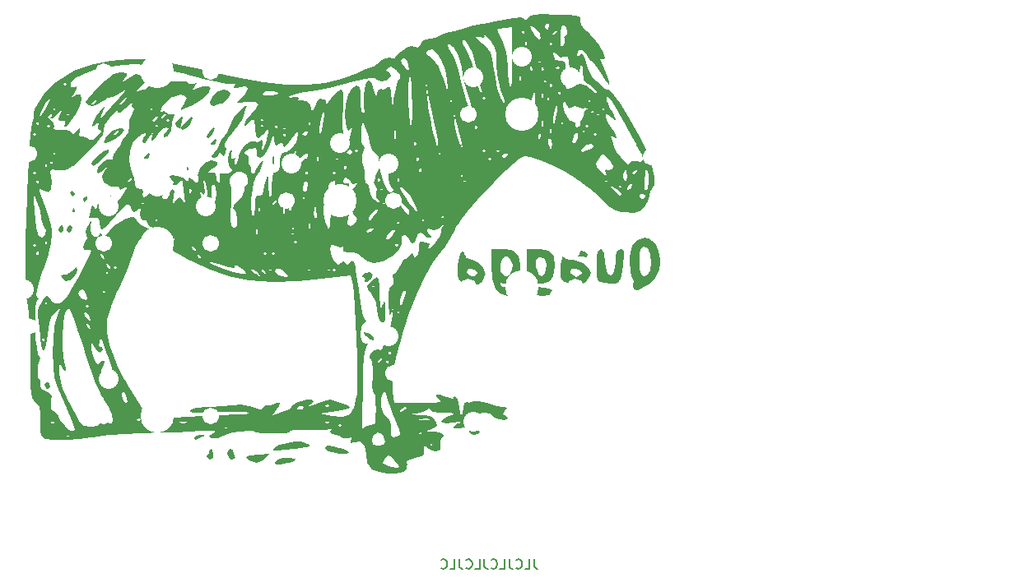
<source format=gbo>
%TF.GenerationSoftware,KiCad,Pcbnew,(6.0.1)*%
%TF.CreationDate,2022-01-21T15:58:59-05:00*%
%TF.ProjectId,quagga,71756167-6761-42e6-9b69-6361645f7063,v1.0.0*%
%TF.SameCoordinates,Original*%
%TF.FileFunction,Legend,Bot*%
%TF.FilePolarity,Positive*%
%FSLAX46Y46*%
G04 Gerber Fmt 4.6, Leading zero omitted, Abs format (unit mm)*
G04 Created by KiCad (PCBNEW (6.0.1)) date 2022-01-21 15:58:59*
%MOMM*%
%LPD*%
G01*
G04 APERTURE LIST*
%ADD10C,0.150000*%
%ADD11R,1.752600X1.752600*%
%ADD12C,1.752600*%
%ADD13C,1.701800*%
%ADD14C,3.429000*%
%ADD15C,2.032000*%
%ADD16C,1.500000*%
%ADD17O,2.200000X1.600000*%
G04 APERTURE END LIST*
D10*
X117488690Y-147407380D02*
X117488690Y-148121666D01*
X117536309Y-148264523D01*
X117631547Y-148359761D01*
X117774404Y-148407380D01*
X117869642Y-148407380D01*
X116536309Y-148407380D02*
X117012500Y-148407380D01*
X117012500Y-147407380D01*
X115631547Y-148312142D02*
X115679166Y-148359761D01*
X115822023Y-148407380D01*
X115917261Y-148407380D01*
X116060119Y-148359761D01*
X116155357Y-148264523D01*
X116202976Y-148169285D01*
X116250595Y-147978809D01*
X116250595Y-147835952D01*
X116202976Y-147645476D01*
X116155357Y-147550238D01*
X116060119Y-147455000D01*
X115917261Y-147407380D01*
X115822023Y-147407380D01*
X115679166Y-147455000D01*
X115631547Y-147502619D01*
X114917261Y-147407380D02*
X114917261Y-148121666D01*
X114964880Y-148264523D01*
X115060119Y-148359761D01*
X115202976Y-148407380D01*
X115298214Y-148407380D01*
X113964880Y-148407380D02*
X114441071Y-148407380D01*
X114441071Y-147407380D01*
X113060119Y-148312142D02*
X113107738Y-148359761D01*
X113250595Y-148407380D01*
X113345833Y-148407380D01*
X113488690Y-148359761D01*
X113583928Y-148264523D01*
X113631547Y-148169285D01*
X113679166Y-147978809D01*
X113679166Y-147835952D01*
X113631547Y-147645476D01*
X113583928Y-147550238D01*
X113488690Y-147455000D01*
X113345833Y-147407380D01*
X113250595Y-147407380D01*
X113107738Y-147455000D01*
X113060119Y-147502619D01*
X112345833Y-147407380D02*
X112345833Y-148121666D01*
X112393452Y-148264523D01*
X112488690Y-148359761D01*
X112631547Y-148407380D01*
X112726785Y-148407380D01*
X111393452Y-148407380D02*
X111869642Y-148407380D01*
X111869642Y-147407380D01*
X110488690Y-148312142D02*
X110536309Y-148359761D01*
X110679166Y-148407380D01*
X110774404Y-148407380D01*
X110917261Y-148359761D01*
X111012500Y-148264523D01*
X111060119Y-148169285D01*
X111107738Y-147978809D01*
X111107738Y-147835952D01*
X111060119Y-147645476D01*
X111012500Y-147550238D01*
X110917261Y-147455000D01*
X110774404Y-147407380D01*
X110679166Y-147407380D01*
X110536309Y-147455000D01*
X110488690Y-147502619D01*
X109774404Y-147407380D02*
X109774404Y-148121666D01*
X109822023Y-148264523D01*
X109917261Y-148359761D01*
X110060119Y-148407380D01*
X110155357Y-148407380D01*
X108822023Y-148407380D02*
X109298214Y-148407380D01*
X109298214Y-147407380D01*
X107917261Y-148312142D02*
X107964880Y-148359761D01*
X108107738Y-148407380D01*
X108202976Y-148407380D01*
X108345833Y-148359761D01*
X108441071Y-148264523D01*
X108488690Y-148169285D01*
X108536309Y-147978809D01*
X108536309Y-147835952D01*
X108488690Y-147645476D01*
X108441071Y-147550238D01*
X108345833Y-147455000D01*
X108202976Y-147407380D01*
X108107738Y-147407380D01*
X107964880Y-147455000D01*
X107917261Y-147502619D01*
G36*
X70528733Y-117576763D02*
G01*
X70438820Y-117914380D01*
X70067517Y-118456801D01*
X69749880Y-118704795D01*
X69221192Y-118773690D01*
X68868534Y-118335535D01*
X68842624Y-118173377D01*
X69021521Y-118129458D01*
X69392437Y-118086231D01*
X69914726Y-117729976D01*
X70096674Y-117566828D01*
X70435082Y-117364516D01*
X70528733Y-117576763D01*
G37*
G36*
X101576705Y-119458588D02*
G01*
X101585360Y-120393415D01*
X101626337Y-121175681D01*
X101693494Y-121889165D01*
X101921992Y-121175681D01*
X101957932Y-121067250D01*
X102080184Y-120829594D01*
X102146892Y-121059645D01*
X102178937Y-121808859D01*
X102179252Y-121824015D01*
X102161706Y-122633126D01*
X102040672Y-122985859D01*
X101779295Y-122991247D01*
X101470187Y-122616005D01*
X101351205Y-121769748D01*
X101254161Y-121007726D01*
X100752503Y-120069892D01*
X100381529Y-119629753D01*
X100338535Y-119320625D01*
X100780419Y-119320625D01*
X100923115Y-119463322D01*
X101065812Y-119320625D01*
X100923115Y-119177929D01*
X100780419Y-119320625D01*
X100338535Y-119320625D01*
X100334861Y-119294208D01*
X100654039Y-118874505D01*
X100896289Y-118623325D01*
X101315052Y-118361069D01*
X101528198Y-118609445D01*
X101573197Y-119320625D01*
X101577711Y-119391974D01*
X101576705Y-119458588D01*
G37*
G36*
X89636839Y-137111039D02*
G01*
X89521953Y-137200883D01*
X88946527Y-137472807D01*
X88346373Y-137328904D01*
X88029914Y-137158161D01*
X87829015Y-136895700D01*
X88183203Y-136722870D01*
X89097482Y-136635045D01*
X90281986Y-136588631D01*
X89636839Y-137111039D01*
G37*
G36*
X112183112Y-118765547D02*
G01*
X112024392Y-118947213D01*
X111741946Y-119133164D01*
X111308032Y-119141085D01*
X110519463Y-118999558D01*
X110187123Y-118924449D01*
X109807976Y-118726041D01*
X109655625Y-118304806D01*
X109639097Y-117822311D01*
X110555004Y-117822311D01*
X110635521Y-117980065D01*
X111016706Y-118241275D01*
X111431017Y-118226721D01*
X111625362Y-117914585D01*
X111521403Y-117646867D01*
X111030793Y-117465569D01*
X110686280Y-117534098D01*
X110555004Y-117822311D01*
X109639097Y-117822311D01*
X109627610Y-117486974D01*
X109642032Y-117090143D01*
X109764124Y-116286274D01*
X109970081Y-115810288D01*
X110103420Y-115705636D01*
X110693241Y-115501295D01*
X111383413Y-115470462D01*
X111956771Y-115604783D01*
X112196149Y-115895906D01*
X111985050Y-116213731D01*
X111268621Y-116340104D01*
X110341093Y-116356213D01*
X111339969Y-116696846D01*
X111608981Y-116807023D01*
X112272599Y-117350521D01*
X112441970Y-117914585D01*
X112481645Y-118046715D01*
X112183112Y-118765547D01*
G37*
G36*
X67525797Y-129221147D02*
G01*
X67674801Y-129611626D01*
X67633733Y-129815477D01*
X67389407Y-129880176D01*
X67311466Y-129821761D01*
X67104014Y-129435243D01*
X67112183Y-129371527D01*
X67389407Y-129166693D01*
X67525797Y-129221147D01*
G37*
G36*
X71504982Y-110067752D02*
G01*
X71527610Y-110330738D01*
X71469033Y-110416146D01*
X71225373Y-110616131D01*
X71196891Y-110608711D01*
X71099520Y-110330738D01*
X71111134Y-110252515D01*
X71401756Y-110045344D01*
X71504982Y-110067752D01*
G37*
G36*
X119610743Y-117277301D02*
G01*
X119478294Y-118256030D01*
X119085304Y-118797050D01*
X118369586Y-118991754D01*
X117977811Y-119039924D01*
X117641588Y-119205744D01*
X117814993Y-119381577D01*
X118474801Y-119463322D01*
X118987382Y-119511181D01*
X119325973Y-119740281D01*
X119140718Y-120129240D01*
X118977077Y-120228510D01*
X118351429Y-120317379D01*
X117626933Y-120226042D01*
X117104913Y-119977030D01*
X116940104Y-119593731D01*
X116809981Y-118733018D01*
X116762441Y-117551187D01*
X116762441Y-117229546D01*
X117671887Y-117229546D01*
X117715065Y-117525803D01*
X117977110Y-118158056D01*
X118325402Y-118295548D01*
X118629807Y-117949869D01*
X118760194Y-117132610D01*
X118756491Y-116966843D01*
X118609809Y-116460322D01*
X118171325Y-116323996D01*
X117906475Y-116350266D01*
X117672052Y-116594560D01*
X117671887Y-117229546D01*
X116762441Y-117229546D01*
X116762441Y-115467816D01*
X117846935Y-115467816D01*
X118159514Y-115476154D01*
X119027967Y-115678303D01*
X119483082Y-116213608D01*
X119607495Y-117132610D01*
X119612003Y-117165906D01*
X119610743Y-117277301D01*
G37*
G36*
X129926132Y-118458571D02*
G01*
X129239408Y-119133264D01*
X128941079Y-119311048D01*
X128131434Y-119678881D01*
X127713962Y-119634616D01*
X127690003Y-119178213D01*
X127728243Y-118817010D01*
X127580592Y-118447887D01*
X127480673Y-118266446D01*
X127366460Y-117639665D01*
X127321992Y-116755628D01*
X127322104Y-116752086D01*
X128320868Y-116752086D01*
X128349950Y-117504437D01*
X128491661Y-118055286D01*
X128785784Y-118260770D01*
X129097166Y-118182954D01*
X129403205Y-117697772D01*
X129535961Y-116914723D01*
X129450906Y-115986086D01*
X129211057Y-115391803D01*
X128794141Y-115241793D01*
X128536902Y-115384839D01*
X128368254Y-115849393D01*
X128320868Y-116752086D01*
X127322104Y-116752086D01*
X127338155Y-116245441D01*
X127561816Y-115154644D01*
X128066931Y-114527200D01*
X128877095Y-114326243D01*
X129288619Y-114390258D01*
X129924658Y-114841718D01*
X130316713Y-115610735D01*
X130454500Y-116560852D01*
X130409405Y-116914723D01*
X130327735Y-117555615D01*
X129926132Y-118458571D01*
G37*
G36*
X70023943Y-109485525D02*
G01*
X70243340Y-109759951D01*
X70240068Y-109824538D01*
X70117486Y-110045344D01*
X70071706Y-110032212D01*
X69815250Y-109759951D01*
X69770656Y-109649401D01*
X69941104Y-109474558D01*
X70023943Y-109485525D01*
G37*
G36*
X74361865Y-104090259D02*
G01*
X74049068Y-104269085D01*
X73433032Y-104556097D01*
X73216274Y-104499588D01*
X73357043Y-104099962D01*
X73395077Y-104030865D01*
X73733720Y-103640839D01*
X74238845Y-103640839D01*
X74241624Y-103680736D01*
X74406827Y-103743586D01*
X74694188Y-103437204D01*
X74763628Y-103277713D01*
X74568334Y-103311350D01*
X74441554Y-103399449D01*
X74238845Y-103640839D01*
X73733720Y-103640839D01*
X74067552Y-103256353D01*
X74888908Y-102996980D01*
X75077450Y-103015767D01*
X75294631Y-103221196D01*
X75257579Y-103277713D01*
X75045763Y-103600808D01*
X74361865Y-104090259D01*
G37*
G36*
X96936025Y-135819516D02*
G01*
X97096899Y-135848419D01*
X97859276Y-136060014D01*
X98329944Y-136309180D01*
X98405290Y-136446943D01*
X98144582Y-136550808D01*
X97377880Y-136533587D01*
X97153457Y-136513099D01*
X96352987Y-136333088D01*
X95983961Y-136043922D01*
X95969009Y-135855481D01*
X96232732Y-135746357D01*
X96936025Y-135819516D01*
G37*
G36*
X81246525Y-102339726D02*
G01*
X81062381Y-103037053D01*
X80802890Y-102916464D01*
X80641530Y-102801107D01*
X80559139Y-102542617D01*
X80904868Y-102136002D01*
X81213986Y-101851777D01*
X81353418Y-101848161D01*
X81246525Y-102339726D01*
G37*
G36*
X86289859Y-136019225D02*
G01*
X86510756Y-136135486D01*
X86532880Y-136251325D01*
X86683986Y-136706272D01*
X86720924Y-136987500D01*
X86398593Y-137157704D01*
X86131309Y-137061671D01*
X85939969Y-136586917D01*
X85993485Y-136255162D01*
X86225362Y-136016131D01*
X86289859Y-136019225D01*
G37*
G36*
X82375661Y-102005415D02*
G01*
X82064413Y-102570990D01*
X81716414Y-103005955D01*
X81329044Y-103160975D01*
X81069341Y-103040287D01*
X81651121Y-102370645D01*
X81937379Y-102070892D01*
X82309532Y-101827186D01*
X82375661Y-102005415D01*
G37*
G36*
X83463169Y-134622465D02*
G01*
X83613894Y-134686954D01*
X83228733Y-134874558D01*
X82871566Y-135025899D01*
X82586598Y-135139892D01*
X82569877Y-135136626D01*
X82515250Y-134874558D01*
X82656814Y-134700737D01*
X83157385Y-134609224D01*
X83463169Y-134622465D01*
G37*
G36*
X126501898Y-115480735D02*
G01*
X126688867Y-115660954D01*
X126735648Y-116152911D01*
X126664452Y-117082086D01*
X126563635Y-117763202D01*
X126357249Y-118539852D01*
X126125087Y-118940853D01*
X125827797Y-119051184D01*
X125181542Y-119042840D01*
X124820405Y-118965980D01*
X124254014Y-118896432D01*
X124102662Y-118804364D01*
X123947364Y-118255331D01*
X123897272Y-117180176D01*
X123897446Y-117087439D01*
X123938365Y-116120978D01*
X124067762Y-115614439D01*
X124309725Y-115467816D01*
X124446841Y-115504344D01*
X124684420Y-115912762D01*
X124809164Y-116823434D01*
X124858678Y-117350389D01*
X125029243Y-117985514D01*
X125324239Y-118179052D01*
X125493836Y-118129330D01*
X125720779Y-117718260D01*
X125839314Y-116823434D01*
X125902218Y-116193736D01*
X126075697Y-115632135D01*
X126378680Y-115467816D01*
X126501898Y-115480735D01*
G37*
G36*
X125699123Y-99606219D02*
G01*
X126278774Y-100418742D01*
X126950974Y-101469504D01*
X127654646Y-102657948D01*
X128328711Y-103883518D01*
X128912092Y-105045659D01*
X129343711Y-106043815D01*
X129422842Y-106283773D01*
X129621663Y-106886681D01*
X129626096Y-106900123D01*
X129851762Y-108017754D01*
X129849407Y-108559564D01*
X129848060Y-108869638D01*
X129605138Y-109331861D01*
X129450794Y-109515845D01*
X129360041Y-109894189D01*
X129319744Y-110062187D01*
X129157252Y-110601679D01*
X128715602Y-111220274D01*
X128288817Y-111559537D01*
X127698909Y-111720325D01*
X126792195Y-111675717D01*
X126432969Y-111627423D01*
X125698356Y-111420050D01*
X125067795Y-110992854D01*
X124328361Y-110220034D01*
X124161346Y-110045344D01*
X128320868Y-110045344D01*
X128379361Y-110131688D01*
X128606261Y-110330738D01*
X128647542Y-110317308D01*
X128891654Y-110045344D01*
X128914512Y-109894189D01*
X128606261Y-109759951D01*
X128388640Y-109803561D01*
X128381621Y-109828602D01*
X128320868Y-110045344D01*
X124161346Y-110045344D01*
X124062371Y-109941820D01*
X123145259Y-109167759D01*
X122925795Y-109014311D01*
X125363644Y-109014311D01*
X125725213Y-109434131D01*
X126106208Y-109839301D01*
X126388874Y-110027245D01*
X126465812Y-109828602D01*
X126303140Y-109584881D01*
X125966823Y-109327105D01*
X127079407Y-109327105D01*
X127184711Y-109380592D01*
X127466676Y-109217594D01*
X127607385Y-108799127D01*
X127557000Y-108681047D01*
X127269669Y-108841936D01*
X127118794Y-109033901D01*
X127117106Y-109046468D01*
X127079407Y-109327105D01*
X125966823Y-109327105D01*
X125823677Y-109217388D01*
X125535353Y-109046468D01*
X126180419Y-109046468D01*
X126323115Y-109189165D01*
X126465812Y-109046468D01*
X126323115Y-108903771D01*
X126180419Y-109046468D01*
X125535353Y-109046468D01*
X125405152Y-108969284D01*
X125363644Y-109014311D01*
X122925795Y-109014311D01*
X122155438Y-108475681D01*
X124753452Y-108475681D01*
X124896149Y-108618378D01*
X124938407Y-108576120D01*
X128858616Y-108576120D01*
X128860077Y-108799127D01*
X128862831Y-109219624D01*
X128888071Y-109474558D01*
X128926916Y-109470161D01*
X129175013Y-109170878D01*
X129301252Y-108559564D01*
X129283927Y-107858562D01*
X129101329Y-107290216D01*
X129032970Y-107251148D01*
X129024456Y-107273219D01*
X128920716Y-107542161D01*
X128889012Y-107921738D01*
X128864288Y-108217744D01*
X128858616Y-108576120D01*
X124938407Y-108576120D01*
X125038845Y-108475681D01*
X124896149Y-108332985D01*
X124753452Y-108475681D01*
X122155438Y-108475681D01*
X121977717Y-108351419D01*
X121603713Y-108123117D01*
X126630347Y-108123117D01*
X126771374Y-108475681D01*
X126777998Y-108492240D01*
X126953572Y-108405431D01*
X127036598Y-107921738D01*
X127036598Y-107920515D01*
X127013125Y-107636345D01*
X127607385Y-107636345D01*
X127610163Y-107676242D01*
X127775367Y-107739092D01*
X128062727Y-107432709D01*
X128132167Y-107273219D01*
X127936874Y-107306856D01*
X127810094Y-107394954D01*
X127607385Y-107636345D01*
X127013125Y-107636345D01*
X126986733Y-107316839D01*
X126855189Y-107260118D01*
X126668587Y-107761914D01*
X126630347Y-108123117D01*
X121603713Y-108123117D01*
X120677144Y-107557515D01*
X119360936Y-106850761D01*
X118965689Y-106670170D01*
X123816852Y-106670170D01*
X123916546Y-106997816D01*
X124338153Y-107488822D01*
X124737315Y-107845185D01*
X124934905Y-107931070D01*
X124863495Y-107637318D01*
X124786296Y-107326707D01*
X124932624Y-107268460D01*
X125047129Y-107315145D01*
X125526317Y-107242903D01*
X125536271Y-107236430D01*
X125588196Y-106886681D01*
X125153979Y-106244652D01*
X125136623Y-106224495D01*
X124681875Y-105741867D01*
X124438165Y-105668065D01*
X124393172Y-105747602D01*
X124272860Y-105960285D01*
X124136275Y-106257175D01*
X123843687Y-106639356D01*
X123816852Y-106670170D01*
X118965689Y-106670170D01*
X118146491Y-106295873D01*
X117151206Y-105957565D01*
X116492479Y-105900551D01*
X116102874Y-106091492D01*
X115970479Y-106192535D01*
X115342033Y-106672159D01*
X114636741Y-107310326D01*
X114379837Y-107542779D01*
X114014710Y-107904895D01*
X113439177Y-108475681D01*
X113301539Y-108612184D01*
X112192391Y-109789205D01*
X111137643Y-110982675D01*
X110620436Y-111614987D01*
X110339295Y-111958697D01*
X110222549Y-112101425D01*
X110161438Y-112185794D01*
X109747998Y-112756580D01*
X109699910Y-112822970D01*
X109532360Y-113054287D01*
X109152328Y-113750094D01*
X108963289Y-114186248D01*
X108345729Y-115243487D01*
X107617734Y-116181299D01*
X107108221Y-116832085D01*
X106329290Y-118152032D01*
X105541537Y-119807757D01*
X105486514Y-119943993D01*
X104785458Y-121679812D01*
X104663174Y-122031861D01*
X104101548Y-123648746D01*
X103947885Y-124172311D01*
X103654722Y-125171187D01*
X103530303Y-125595112D01*
X103402592Y-126146281D01*
X103278934Y-126679960D01*
X103165634Y-127168940D01*
X103112220Y-127399461D01*
X102887794Y-128942342D01*
X102897520Y-130104307D01*
X103078653Y-131307142D01*
X105654698Y-131314318D01*
X106136747Y-131314410D01*
X107163331Y-131295836D01*
X107721722Y-131239248D01*
X107887711Y-131131770D01*
X107737089Y-130960525D01*
X107420035Y-130663552D01*
X107422868Y-130441704D01*
X107805755Y-130437710D01*
X108473054Y-130687102D01*
X108616206Y-130755614D01*
X109074944Y-130913670D01*
X109164600Y-130822551D01*
X109120736Y-130680387D01*
X109373839Y-130655146D01*
X109653442Y-131001421D01*
X109767547Y-131691047D01*
X109767695Y-131737797D01*
X109833015Y-132342241D01*
X109981592Y-132591412D01*
X110126864Y-132398486D01*
X110198396Y-131847395D01*
X110285917Y-131329816D01*
X110591709Y-131254306D01*
X110778065Y-131294033D01*
X111237690Y-131152567D01*
X111304512Y-131110502D01*
X111827292Y-131096786D01*
X112628085Y-131305039D01*
X112860615Y-131384415D01*
X113697028Y-131621201D01*
X114300195Y-131722705D01*
X114371855Y-131725157D01*
X114669497Y-131825487D01*
X114479295Y-132163322D01*
X114293535Y-132453392D01*
X114444350Y-132591412D01*
X114543952Y-132607159D01*
X114764688Y-132907744D01*
X114756089Y-132953515D01*
X114465219Y-133075952D01*
X113934357Y-133020898D01*
X113400312Y-132836351D01*
X113099894Y-132570310D01*
X112971049Y-132447991D01*
X112428260Y-132338332D01*
X111675277Y-132375893D01*
X110932746Y-132561565D01*
X110760858Y-132631619D01*
X110554192Y-132793831D01*
X110861397Y-132960639D01*
X111046295Y-133042816D01*
X111322978Y-133341634D01*
X111068550Y-133630621D01*
X110311930Y-133862323D01*
X109668280Y-133947972D01*
X109191328Y-133910931D01*
X109169056Y-133738336D01*
X109657523Y-133464285D01*
X109665622Y-133460951D01*
X109975187Y-133305645D01*
X109810557Y-133272387D01*
X109128171Y-133351933D01*
X108362185Y-133396835D01*
X107959119Y-133273105D01*
X108060899Y-133016001D01*
X108700081Y-132676865D01*
X109009678Y-132549350D01*
X109187140Y-132423031D01*
X108913648Y-132363953D01*
X108129295Y-132336379D01*
X107838652Y-132324730D01*
X107045844Y-132197823D01*
X106769307Y-131949277D01*
X106735447Y-131753827D01*
X106632358Y-131851021D01*
X106552768Y-131926060D01*
X106528868Y-131957443D01*
X106072455Y-132210780D01*
X105344217Y-132379824D01*
X105072170Y-132414156D01*
X104759531Y-132473931D01*
X104956410Y-132512945D01*
X105693411Y-132545738D01*
X106314309Y-132590631D01*
X106980590Y-132780056D01*
X107234680Y-133048190D01*
X107346730Y-133166433D01*
X107508495Y-133634487D01*
X107285422Y-133857305D01*
X106903989Y-133980009D01*
X106453514Y-134160992D01*
X106533665Y-134248619D01*
X107130419Y-134281240D01*
X107297067Y-134287956D01*
X107977213Y-134421512D01*
X108000203Y-134446468D01*
X108213312Y-134677803D01*
X107942043Y-135000696D01*
X107819792Y-135200272D01*
X107821525Y-135271888D01*
X107829173Y-135588041D01*
X107832632Y-135731022D01*
X107826786Y-136174791D01*
X107394592Y-136301524D01*
X107031241Y-136251127D01*
X106630980Y-136016131D01*
X106406888Y-135773151D01*
X106132551Y-135808736D01*
X106110724Y-136265295D01*
X106137207Y-136522287D01*
X105903477Y-136802934D01*
X105219895Y-136993198D01*
X105040649Y-137031597D01*
X104492832Y-137241152D01*
X104365193Y-137471184D01*
X104424794Y-137631717D01*
X104399883Y-137945794D01*
X104382081Y-138170247D01*
X104025040Y-138436953D01*
X103297677Y-138572699D01*
X102396673Y-138567438D01*
X101514572Y-138422797D01*
X100843920Y-138140397D01*
X100753698Y-138073252D01*
X100382304Y-137569493D01*
X101953256Y-137569493D01*
X101963134Y-137578469D01*
X102317458Y-137733324D01*
X102881584Y-137883652D01*
X103404289Y-137973221D01*
X103634351Y-137945794D01*
X103486541Y-137685863D01*
X103099941Y-137199647D01*
X102825135Y-136905210D01*
X102510313Y-136761552D01*
X102203093Y-137020179D01*
X102015244Y-137292016D01*
X101953256Y-137569493D01*
X100382304Y-137569493D01*
X100331899Y-137501123D01*
X100209632Y-136601268D01*
X100209553Y-136575072D01*
X100054679Y-135682105D01*
X99608602Y-135274871D01*
X98878545Y-135360104D01*
X98573062Y-135420182D01*
X98637779Y-135163494D01*
X98645317Y-135150994D01*
X100780419Y-135150994D01*
X100936005Y-135598478D01*
X101493902Y-135730738D01*
X101951237Y-135649033D01*
X101990193Y-135588041D01*
X106773677Y-135588041D01*
X106916374Y-135730738D01*
X107059070Y-135588041D01*
X106916374Y-135445344D01*
X106773677Y-135588041D01*
X101990193Y-135588041D01*
X102192124Y-135271888D01*
X101946425Y-134618926D01*
X101841050Y-134491707D01*
X101395293Y-134363288D01*
X100970008Y-134615787D01*
X100780419Y-135150994D01*
X98645317Y-135150994D01*
X98653789Y-135136944D01*
X98680156Y-134899592D01*
X98256507Y-134945580D01*
X97870375Y-134988927D01*
X97641093Y-134847839D01*
X97534230Y-134697598D01*
X97070306Y-134589165D01*
X96722541Y-134523602D01*
X96492352Y-134255495D01*
X96713565Y-133946239D01*
X96761269Y-133906903D01*
X96499520Y-133984581D01*
X96470591Y-133993803D01*
X95935632Y-134060922D01*
X95029432Y-134095370D01*
X93930980Y-134089813D01*
X93688752Y-134084984D01*
X92785710Y-134096122D01*
X92309817Y-134157109D01*
X92332365Y-134260339D01*
X92381399Y-134284475D01*
X92305937Y-134386723D01*
X91732084Y-134449453D01*
X90719647Y-134465074D01*
X90490936Y-134462124D01*
X89530110Y-134425018D01*
X88879700Y-134358705D01*
X88669879Y-134275241D01*
X88529981Y-134163948D01*
X88002144Y-134163003D01*
X87252440Y-134248463D01*
X86447569Y-134395375D01*
X85754225Y-134578791D01*
X85339107Y-134773762D01*
X85001716Y-134965557D01*
X84378091Y-134980751D01*
X84155176Y-134884739D01*
X84080848Y-134718681D01*
X84494255Y-134456502D01*
X84714766Y-134311649D01*
X84654289Y-134210134D01*
X84163096Y-134181238D01*
X83172125Y-134212199D01*
X83085142Y-134216068D01*
X81999580Y-134261939D01*
X80542838Y-134320558D01*
X78894831Y-134384794D01*
X77235475Y-134447516D01*
X76935800Y-134459249D01*
X75362435Y-134539438D01*
X73907469Y-134641826D01*
X72959745Y-134731861D01*
X72721643Y-134754481D01*
X71955699Y-134865471D01*
X71922841Y-134872294D01*
X70706439Y-135049565D01*
X69368708Y-135133509D01*
X68136642Y-135117835D01*
X67237234Y-134996251D01*
X67076098Y-134942795D01*
X66835847Y-134731861D01*
X69387160Y-134731861D01*
X69529857Y-134874558D01*
X69672553Y-134731861D01*
X69529857Y-134589165D01*
X69387160Y-134731861D01*
X66835847Y-134731861D01*
X66815220Y-134713751D01*
X66714043Y-134224287D01*
X66725484Y-133343171D01*
X67725283Y-133343171D01*
X67960194Y-133447592D01*
X68111280Y-133426995D01*
X68150456Y-133257329D01*
X68108627Y-133223173D01*
X67769932Y-133257329D01*
X67725283Y-133343171D01*
X66725484Y-133343171D01*
X66725770Y-133321138D01*
X66726018Y-132407270D01*
X66580062Y-131750157D01*
X66235809Y-131296259D01*
X66047983Y-131094822D01*
X65882252Y-130773134D01*
X65774365Y-130274906D01*
X65712251Y-129501598D01*
X65683836Y-128354667D01*
X65677048Y-126735571D01*
X65676178Y-126402436D01*
X65649701Y-124803838D01*
X65591808Y-123315009D01*
X65537866Y-122507266D01*
X66149511Y-122507266D01*
X66164596Y-123590847D01*
X66222012Y-124687653D01*
X66315829Y-125651757D01*
X66440120Y-126337233D01*
X66588958Y-126598153D01*
X66688104Y-126643267D01*
X66625789Y-126954895D01*
X66464568Y-127438070D01*
X66400635Y-128080671D01*
X66440289Y-128641344D01*
X66588189Y-128881299D01*
X66682633Y-128981152D01*
X66680852Y-129426497D01*
X66750844Y-129866363D01*
X67288385Y-130150527D01*
X67633596Y-130262589D01*
X67881033Y-130558502D01*
X67815129Y-131175228D01*
X67796688Y-131263211D01*
X67776794Y-131894666D01*
X68080163Y-132194091D01*
X68301442Y-132320779D01*
X68535911Y-132693294D01*
X68536534Y-132705562D01*
X68746656Y-133123974D01*
X68863629Y-133257329D01*
X69218271Y-133661637D01*
X69680770Y-134063590D01*
X70098397Y-134270285D01*
X70205679Y-134014807D01*
X70166871Y-133875681D01*
X85654576Y-133875681D01*
X85797272Y-134018378D01*
X85939969Y-133875681D01*
X85797272Y-133732985D01*
X85654576Y-133875681D01*
X70166871Y-133875681D01*
X70003730Y-133290816D01*
X69493660Y-132091974D01*
X69361679Y-131803543D01*
X68864011Y-130673561D01*
X68456396Y-129685441D01*
X68216596Y-129025880D01*
X68143245Y-128720978D01*
X68013865Y-127601280D01*
X68009883Y-127444578D01*
X68598684Y-127444578D01*
X68656239Y-128266709D01*
X68730266Y-128797563D01*
X69004221Y-129868279D01*
X69367849Y-130692552D01*
X69414998Y-130767817D01*
X69936819Y-131694952D01*
X70407897Y-132662760D01*
X70762890Y-133340277D01*
X71179084Y-133660520D01*
X71843991Y-133732985D01*
X71948558Y-133731287D01*
X72561584Y-133636802D01*
X72621396Y-133590288D01*
X97355699Y-133590288D01*
X97498396Y-133732985D01*
X97641093Y-133590288D01*
X97498396Y-133447592D01*
X97355699Y-133590288D01*
X72621396Y-133590288D01*
X72811879Y-133442154D01*
X72983938Y-133290254D01*
X73524365Y-133330146D01*
X73568775Y-133341216D01*
X74013977Y-133403883D01*
X74041534Y-133357680D01*
X80968524Y-133357680D01*
X81373677Y-133402529D01*
X81766271Y-133362747D01*
X81759533Y-133343171D01*
X95979215Y-133343171D01*
X96023254Y-133362747D01*
X96214126Y-133447592D01*
X96365213Y-133426995D01*
X96404389Y-133257329D01*
X96362559Y-133223173D01*
X96023864Y-133257329D01*
X95979215Y-133343171D01*
X81759533Y-133343171D01*
X81730419Y-133258581D01*
X81601234Y-133220887D01*
X81016935Y-133258581D01*
X80968524Y-133357680D01*
X74041534Y-133357680D01*
X74143710Y-133186366D01*
X74124994Y-133057777D01*
X76572474Y-133057777D01*
X76807385Y-133162198D01*
X76958471Y-133141602D01*
X76997647Y-132971936D01*
X76955818Y-132937780D01*
X76617123Y-132971936D01*
X76572474Y-133057777D01*
X74124994Y-133057777D01*
X74051199Y-132550752D01*
X73745629Y-131702810D01*
X73248746Y-130964213D01*
X73210327Y-130921266D01*
X72968026Y-130505468D01*
X75099395Y-130505468D01*
X75152431Y-130909611D01*
X75380419Y-131307142D01*
X75436427Y-131336060D01*
X75634389Y-131242906D01*
X75615720Y-130838623D01*
X75380419Y-130308266D01*
X75315686Y-130212248D01*
X75144765Y-130098342D01*
X75099395Y-130505468D01*
X72968026Y-130505468D01*
X72856612Y-130314277D01*
X72394992Y-129246137D01*
X71857574Y-127796894D01*
X71276463Y-126046599D01*
X71161881Y-125689387D01*
X71965812Y-125689387D01*
X72015072Y-126163260D01*
X72271769Y-126940865D01*
X72321939Y-127031895D01*
X72589596Y-127335722D01*
X72827038Y-127144413D01*
X72973981Y-126977323D01*
X73265120Y-126956263D01*
X73313465Y-127149539D01*
X73102996Y-127590133D01*
X72922150Y-127895853D01*
X73031617Y-128381861D01*
X73177629Y-128606235D01*
X73423303Y-129252343D01*
X73447422Y-129361925D01*
X73617493Y-129608293D01*
X74001726Y-129395040D01*
X74172294Y-129237075D01*
X74286982Y-128966595D01*
X74253528Y-128521676D01*
X74058159Y-127780991D01*
X73687105Y-126623208D01*
X73590674Y-126332437D01*
X73237964Y-125328934D01*
X73002040Y-124805616D01*
X72850896Y-124705988D01*
X72752530Y-124973560D01*
X72721667Y-125452378D01*
X72853106Y-125573797D01*
X73025415Y-125545987D01*
X73085281Y-125784602D01*
X72898059Y-126131449D01*
X72666903Y-126093155D01*
X72337386Y-125679576D01*
X71975925Y-125028490D01*
X71965812Y-125689387D01*
X71161881Y-125689387D01*
X70992205Y-125160415D01*
X70611228Y-124019918D01*
X73540382Y-124019918D01*
X73805864Y-125360109D01*
X74103615Y-126229986D01*
X74664096Y-127543408D01*
X75280857Y-128738603D01*
X75415419Y-128966595D01*
X75787608Y-129597206D01*
X76531933Y-130829686D01*
X76788266Y-131242906D01*
X77184599Y-131881812D01*
X77875658Y-132971936D01*
X78011591Y-133186366D01*
X78091654Y-133312662D01*
X79518621Y-132979434D01*
X79623582Y-132956888D01*
X80529327Y-132829467D01*
X81822085Y-132717412D01*
X83344970Y-132632133D01*
X84941093Y-132585042D01*
X85410925Y-132576700D01*
X86792147Y-132534107D01*
X87724567Y-132473495D01*
X88167539Y-132398395D01*
X88080419Y-132312337D01*
X87846862Y-132272013D01*
X86989397Y-132214108D01*
X85825936Y-132205497D01*
X84539067Y-132249425D01*
X83298506Y-132303090D01*
X82484111Y-132294070D01*
X82097496Y-132212601D01*
X82067151Y-132053001D01*
X82188044Y-131950187D01*
X82799910Y-131784220D01*
X83753446Y-131736028D01*
X84176907Y-131736654D01*
X85383999Y-131682995D01*
X86434021Y-131570120D01*
X87347997Y-131511495D01*
X88529481Y-131743919D01*
X88948353Y-131902277D01*
X89397627Y-131954093D01*
X89660922Y-131717691D01*
X89812205Y-131544653D01*
X90100178Y-131519411D01*
X90319835Y-131579542D01*
X90829179Y-131429756D01*
X91016522Y-131343202D01*
X91330940Y-131347065D01*
X91281198Y-131664639D01*
X90863003Y-132198316D01*
X90599584Y-132471432D01*
X90546347Y-132608419D01*
X90934351Y-132471716D01*
X91309894Y-132328833D01*
X92004576Y-132097657D01*
X92270471Y-131986962D01*
X92355076Y-131894772D01*
X93074801Y-131894772D01*
X93128338Y-131954442D01*
X93519733Y-132020625D01*
X93723401Y-131978767D01*
X93785407Y-131730577D01*
X93660227Y-131622445D01*
X93283929Y-131628382D01*
X93074801Y-131894772D01*
X92355076Y-131894772D01*
X92504014Y-131732480D01*
X92630974Y-131532660D01*
X93210754Y-131237980D01*
X94145025Y-130990686D01*
X94553130Y-130979399D01*
X94787160Y-131158864D01*
X94768326Y-131255118D01*
X94454201Y-131449839D01*
X94339634Y-131462291D01*
X94284983Y-131613579D01*
X94313858Y-131630907D01*
X94314588Y-131630811D01*
X95979215Y-131630811D01*
X96203654Y-131730577D01*
X96214126Y-131735232D01*
X96365213Y-131714636D01*
X96404389Y-131544970D01*
X96362559Y-131510814D01*
X96023864Y-131544970D01*
X95979215Y-131630811D01*
X94314588Y-131630811D01*
X94712265Y-131578535D01*
X95348900Y-131311820D01*
X95797514Y-131106476D01*
X96471511Y-130996312D01*
X97301826Y-131182556D01*
X97625209Y-131289412D01*
X98237390Y-131544970D01*
X98358438Y-131595502D01*
X98529609Y-131832753D01*
X98135812Y-132024184D01*
X97174139Y-132192815D01*
X95500643Y-132414193D01*
X96642216Y-132631418D01*
X97746268Y-132731172D01*
X98510953Y-132478786D01*
X98979294Y-131800732D01*
X99236198Y-130631553D01*
X99250959Y-130494629D01*
X99298491Y-129517632D01*
X99307870Y-128138222D01*
X99283949Y-126494921D01*
X99231580Y-124726249D01*
X99155614Y-122970730D01*
X99060905Y-121366885D01*
X98952305Y-120053236D01*
X98834664Y-119168304D01*
X98639969Y-118159803D01*
X97885702Y-118247259D01*
X95643340Y-118507257D01*
X93226124Y-118740952D01*
X90570702Y-118836089D01*
X88224407Y-118685339D01*
X86061322Y-118262221D01*
X83955532Y-117540256D01*
X82512638Y-116845294D01*
X84087627Y-116845294D01*
X84276507Y-116965859D01*
X84916979Y-117255225D01*
X85776764Y-117570333D01*
X86564901Y-117816262D01*
X87453648Y-118026656D01*
X87865440Y-118013102D01*
X87783012Y-117778586D01*
X87457761Y-117530782D01*
X88348164Y-117530782D01*
X88408284Y-117740234D01*
X88793551Y-118013102D01*
X88840807Y-118046571D01*
X89221709Y-118234929D01*
X89331902Y-118226034D01*
X89014742Y-117872637D01*
X88647467Y-117576544D01*
X88348164Y-117530782D01*
X87457761Y-117530782D01*
X87396556Y-117484151D01*
X89434661Y-117484151D01*
X89507385Y-117750962D01*
X89566019Y-117835444D01*
X89826464Y-118036356D01*
X89865502Y-118017774D01*
X89812225Y-117822311D01*
X90861574Y-117822311D01*
X91040038Y-118017774D01*
X91085743Y-118067832D01*
X91515789Y-118226034D01*
X91656533Y-118277810D01*
X91925771Y-118310502D01*
X92163555Y-118247259D01*
X91955976Y-117921069D01*
X91756311Y-117727281D01*
X91516970Y-117608266D01*
X94216374Y-117608266D01*
X94359070Y-117750962D01*
X94501767Y-117608266D01*
X96214126Y-117608266D01*
X96356823Y-117750962D01*
X96499520Y-117608266D01*
X96784913Y-117608266D01*
X96927610Y-117750962D01*
X97070306Y-117608266D01*
X96927610Y-117465569D01*
X96784913Y-117608266D01*
X96499520Y-117608266D01*
X96356823Y-117465569D01*
X96214126Y-117608266D01*
X94501767Y-117608266D01*
X94359070Y-117465569D01*
X94216374Y-117608266D01*
X91516970Y-117608266D01*
X91291284Y-117496041D01*
X90928320Y-117521877D01*
X90909127Y-117608266D01*
X90861574Y-117822311D01*
X89812225Y-117822311D01*
X89792778Y-117750962D01*
X89734144Y-117666480D01*
X89658680Y-117608266D01*
X90220868Y-117608266D01*
X90363565Y-117750962D01*
X90506261Y-117608266D01*
X90363565Y-117465569D01*
X90220868Y-117608266D01*
X89658680Y-117608266D01*
X89473699Y-117465569D01*
X89434661Y-117484151D01*
X87396556Y-117484151D01*
X87189100Y-117326093D01*
X87109280Y-117274889D01*
X86698436Y-117066593D01*
X86635157Y-117150573D01*
X86710818Y-117319410D01*
X86574793Y-117445150D01*
X86042407Y-117348964D01*
X85051036Y-117025923D01*
X84634068Y-116888872D01*
X84153401Y-116776865D01*
X84087627Y-116845294D01*
X82512638Y-116845294D01*
X81781121Y-116492963D01*
X81043264Y-116057184D01*
X82870616Y-116057184D01*
X82943340Y-116323996D01*
X83001974Y-116408478D01*
X83262419Y-116609389D01*
X83301457Y-116590808D01*
X83228733Y-116323996D01*
X83170099Y-116239514D01*
X82909654Y-116038603D01*
X82870616Y-116057184D01*
X81043264Y-116057184D01*
X80770189Y-115895906D01*
X89650081Y-115895906D01*
X89792778Y-116038603D01*
X89935475Y-115895906D01*
X90506261Y-115895906D01*
X90648958Y-116038603D01*
X90791654Y-115895906D01*
X90648958Y-115753210D01*
X90506261Y-115895906D01*
X89935475Y-115895906D01*
X89792778Y-115753210D01*
X89650081Y-115895906D01*
X80770189Y-115895906D01*
X79593589Y-115201005D01*
X82299829Y-115201005D01*
X82372553Y-115467816D01*
X82431187Y-115552298D01*
X82691633Y-115753210D01*
X82730671Y-115734628D01*
X82674657Y-115529123D01*
X96508596Y-115529123D01*
X96509702Y-115571275D01*
X96544781Y-115734628D01*
X96579414Y-115895906D01*
X96653721Y-116241936D01*
X96849962Y-116590808D01*
X96959564Y-116785655D01*
X97317222Y-117062933D01*
X97616687Y-116934271D01*
X97822086Y-116710161D01*
X98069183Y-116894783D01*
X98259166Y-117085853D01*
X98517429Y-116862169D01*
X98518504Y-116860431D01*
X98734603Y-116623061D01*
X98914461Y-116725580D01*
X99076756Y-117225389D01*
X99142303Y-117608266D01*
X99240163Y-118179887D01*
X99423359Y-119646474D01*
X99522659Y-120422393D01*
X99704353Y-121523874D01*
X99888957Y-122326585D01*
X100048821Y-122695723D01*
X100186259Y-122853891D01*
X99995587Y-123076248D01*
X99963745Y-123093047D01*
X99733255Y-123498709D01*
X99638845Y-124196093D01*
X99646167Y-124473309D01*
X99781950Y-125018774D01*
X100138284Y-125175557D01*
X100424401Y-125220538D01*
X100288138Y-125402021D01*
X100272496Y-125413723D01*
X100117006Y-125784897D01*
X99998732Y-126619541D01*
X99914227Y-127953216D01*
X99908862Y-128138222D01*
X99860048Y-129821482D01*
X99847388Y-130515915D01*
X99824329Y-131899020D01*
X99808766Y-133010233D01*
X99806506Y-133257329D01*
X99803460Y-133590288D01*
X99801999Y-133749963D01*
X99803555Y-133875681D01*
X99805325Y-134018613D01*
X99818365Y-134011542D01*
X100043153Y-133804333D01*
X100079400Y-133770802D01*
X100518808Y-133554614D01*
X100519935Y-133554460D01*
X101009560Y-133483266D01*
X101109328Y-133323467D01*
X101192697Y-132762327D01*
X101219647Y-131983736D01*
X101191997Y-131184221D01*
X101152795Y-130880130D01*
X101740599Y-130880130D01*
X101777515Y-131663206D01*
X102012728Y-132383204D01*
X102392630Y-132789927D01*
X102629176Y-133001373D01*
X102762218Y-133555474D01*
X102741511Y-133946925D01*
X102746581Y-134517816D01*
X102764560Y-134633485D01*
X102987040Y-134837936D01*
X103550312Y-134689778D01*
X103674256Y-134523343D01*
X103661963Y-134446468D01*
X105632104Y-134446468D01*
X105774801Y-134589165D01*
X105917497Y-134446468D01*
X105774801Y-134303771D01*
X105632104Y-134446468D01*
X103661963Y-134446468D01*
X103590715Y-134000923D01*
X103208589Y-133071297D01*
X103173860Y-132992151D01*
X105622478Y-132992151D01*
X105683670Y-133066232D01*
X106202890Y-133095986D01*
X106396525Y-133093226D01*
X106791150Y-133048190D01*
X106702329Y-132965469D01*
X106427275Y-132921085D01*
X105703452Y-132965469D01*
X105622478Y-132992151D01*
X103173860Y-132992151D01*
X102945386Y-132471467D01*
X102833565Y-132180635D01*
X103689086Y-132180635D01*
X103749757Y-132277310D01*
X104205138Y-132020625D01*
X104405869Y-131851021D01*
X104293329Y-131739602D01*
X104193841Y-131749282D01*
X103777048Y-132020625D01*
X103689086Y-132180635D01*
X102833565Y-132180635D01*
X102567304Y-131488122D01*
X102342767Y-130740389D01*
X102233427Y-130294079D01*
X102089838Y-130115848D01*
X101879378Y-130394549D01*
X101740599Y-130880130D01*
X101152795Y-130880130D01*
X101111566Y-130560314D01*
X100980174Y-130308545D01*
X100888905Y-130121267D01*
X100840095Y-129504007D01*
X100865414Y-128605219D01*
X100888729Y-127831090D01*
X100840240Y-127122569D01*
X100809234Y-127043086D01*
X101351205Y-127043086D01*
X101353983Y-127082984D01*
X101519187Y-127145833D01*
X101636732Y-127020507D01*
X102268360Y-127020507D01*
X102302516Y-127359202D01*
X102388357Y-127403851D01*
X102492778Y-127168940D01*
X102472182Y-127017854D01*
X102302516Y-126978678D01*
X102268360Y-127020507D01*
X101636732Y-127020507D01*
X101806548Y-126839451D01*
X101875987Y-126679960D01*
X101680694Y-126713597D01*
X101553914Y-126801696D01*
X101351205Y-127043086D01*
X100809234Y-127043086D01*
X100720674Y-126816066D01*
X100534911Y-126611275D01*
X100638911Y-126238588D01*
X100740292Y-126138892D01*
X102537618Y-126138892D01*
X102605746Y-126520859D01*
X102703169Y-126516440D01*
X102755640Y-126146281D01*
X102709939Y-125865754D01*
X102583215Y-125973856D01*
X102537618Y-126138892D01*
X100740292Y-126138892D01*
X100969234Y-125913755D01*
X101390562Y-125834958D01*
X101702335Y-125854417D01*
X101954912Y-125643907D01*
X101997562Y-125269179D01*
X102054997Y-125022754D01*
X102839146Y-125022754D01*
X102873302Y-125361449D01*
X102959144Y-125406098D01*
X103063565Y-125171187D01*
X103042968Y-125020101D01*
X102873302Y-124980925D01*
X102839146Y-125022754D01*
X102054997Y-125022754D01*
X102128857Y-124705854D01*
X102395847Y-124172311D01*
X103063565Y-124172311D01*
X103206261Y-124315007D01*
X103348958Y-124172311D01*
X103206261Y-124029614D01*
X103063565Y-124172311D01*
X102395847Y-124172311D01*
X102413664Y-124136706D01*
X102488727Y-123983398D01*
X102733438Y-123209031D01*
X102901575Y-122281650D01*
X102918386Y-122131395D01*
X102940741Y-121883428D01*
X103409933Y-121883428D01*
X103444089Y-122222123D01*
X103529930Y-122266772D01*
X103634351Y-122031861D01*
X103613755Y-121880775D01*
X103444089Y-121841599D01*
X103409933Y-121883428D01*
X102940741Y-121883428D01*
X102972189Y-121534609D01*
X102936085Y-121464793D01*
X102801733Y-121889165D01*
X102698417Y-122210298D01*
X102607410Y-122275768D01*
X102555403Y-121877357D01*
X102536890Y-121289910D01*
X103709299Y-121289910D01*
X103846202Y-121215099D01*
X104121424Y-120595237D01*
X104135212Y-120558000D01*
X104281500Y-119943993D01*
X104214629Y-119611885D01*
X104195598Y-119603487D01*
X103991751Y-119798192D01*
X103809814Y-120369718D01*
X103728483Y-120832531D01*
X103709299Y-121289910D01*
X102536890Y-121289910D01*
X102526544Y-120961637D01*
X102531430Y-120243422D01*
X102622873Y-119452038D01*
X102811457Y-119177929D01*
X102974334Y-119064382D01*
X102980872Y-118607142D01*
X102936223Y-118264543D01*
X103054636Y-118036356D01*
X103090398Y-118027213D01*
X103378774Y-117718904D01*
X103734903Y-117108828D01*
X103821974Y-116937347D01*
X104088195Y-116493821D01*
X104198639Y-116449892D01*
X104311123Y-116486529D01*
X104624151Y-116164498D01*
X104911080Y-115880332D01*
X105052241Y-115967255D01*
X105134136Y-116318217D01*
X105334445Y-116322840D01*
X105538604Y-115994309D01*
X105632104Y-115437282D01*
X105640705Y-115140619D01*
X105763123Y-114725512D01*
X106083535Y-114723799D01*
X106319163Y-114807645D01*
X106671165Y-114897030D01*
X106707808Y-114915464D01*
X106630980Y-115182423D01*
X106579655Y-115286005D01*
X106639739Y-115467816D01*
X106925451Y-115306610D01*
X107357522Y-114821836D01*
X107738003Y-114226773D01*
X107905755Y-113741187D01*
X107958642Y-113464693D01*
X108271992Y-112889282D01*
X108326536Y-112822970D01*
X108282489Y-112804374D01*
X107898983Y-113115599D01*
X107655839Y-113316088D01*
X107176358Y-113561218D01*
X106828758Y-113410987D01*
X106567529Y-113236385D01*
X106539415Y-113341224D01*
X106488284Y-113531899D01*
X106508147Y-113643574D01*
X106529334Y-113762690D01*
X106845025Y-114137233D01*
X106972776Y-114230622D01*
X106702329Y-114303712D01*
X106437053Y-114271798D01*
X106202890Y-114040850D01*
X106154593Y-113909561D01*
X105774801Y-113755457D01*
X105525159Y-113861398D01*
X105346711Y-114326243D01*
X105231149Y-114766303D01*
X104913172Y-114864655D01*
X104593737Y-114468940D01*
X104524834Y-114325696D01*
X104183615Y-114048346D01*
X103878425Y-114149577D01*
X103845132Y-114468940D01*
X103832193Y-114593057D01*
X103834811Y-114754333D01*
X103838100Y-114956892D01*
X103820009Y-114992161D01*
X103490553Y-115634440D01*
X102805795Y-116258951D01*
X101924191Y-116716905D01*
X100986110Y-116894783D01*
X100424190Y-116760939D01*
X99779779Y-116322048D01*
X99355651Y-115950096D01*
X98950715Y-115785075D01*
X98382358Y-115813683D01*
X97859445Y-115692846D01*
X97812702Y-115396468D01*
X97885193Y-115244569D01*
X97792021Y-115243730D01*
X97556257Y-115308765D01*
X97032782Y-115162341D01*
X96878469Y-115085426D01*
X96666452Y-115078002D01*
X103114047Y-115078002D01*
X103348958Y-115182423D01*
X103500044Y-115161827D01*
X103539220Y-114992161D01*
X103497391Y-114958005D01*
X103158696Y-114992161D01*
X103114047Y-115078002D01*
X96666452Y-115078002D01*
X96573123Y-115074734D01*
X96508596Y-115529123D01*
X82674657Y-115529123D01*
X82657947Y-115467816D01*
X82599313Y-115383334D01*
X82338867Y-115182423D01*
X82299829Y-115201005D01*
X79593589Y-115201005D01*
X79412175Y-115093862D01*
X79260864Y-114998829D01*
X78829437Y-114754333D01*
X92789407Y-114754333D01*
X92932104Y-114897030D01*
X93074801Y-114754333D01*
X92932104Y-114611637D01*
X92789407Y-114754333D01*
X78829437Y-114754333D01*
X78325844Y-114468940D01*
X80232104Y-114468940D01*
X80374801Y-114611637D01*
X80517497Y-114468940D01*
X80481815Y-114433258D01*
X102233311Y-114433258D01*
X102466664Y-114423373D01*
X102919285Y-114042600D01*
X103196542Y-113643574D01*
X103142742Y-113470064D01*
X102922617Y-113541250D01*
X102495311Y-113898153D01*
X102487054Y-113905050D01*
X102335299Y-114109193D01*
X102233311Y-114433258D01*
X80481815Y-114433258D01*
X80374801Y-114326243D01*
X80232104Y-114468940D01*
X78325844Y-114468940D01*
X78208587Y-114402489D01*
X77472901Y-114198302D01*
X76943937Y-114427582D01*
X76511826Y-115131640D01*
X76066698Y-116351788D01*
X75988131Y-116573759D01*
X75756651Y-117227746D01*
X75718507Y-117322872D01*
X75489634Y-117893659D01*
X75231479Y-118537470D01*
X74723996Y-119642390D01*
X74672670Y-119743758D01*
X74606939Y-119891412D01*
X74322680Y-120529950D01*
X73971694Y-121318378D01*
X73948179Y-121371201D01*
X73579285Y-122743435D01*
X73576602Y-122831460D01*
X73549351Y-123725639D01*
X73540382Y-124019918D01*
X70611228Y-124019918D01*
X70534781Y-123791066D01*
X70322285Y-123192016D01*
X71454885Y-123192016D01*
X71527610Y-123458828D01*
X71586243Y-123543310D01*
X71846689Y-123744221D01*
X71885727Y-123725639D01*
X71813003Y-123458828D01*
X71754369Y-123374345D01*
X71493923Y-123173434D01*
X71454885Y-123192016D01*
X70322285Y-123192016D01*
X70139935Y-122677951D01*
X69918613Y-122112290D01*
X71211256Y-122112290D01*
X71384913Y-122459951D01*
X71600555Y-122699301D01*
X71838991Y-122888041D01*
X71866214Y-122831460D01*
X71773512Y-122459951D01*
X71662878Y-122259822D01*
X71319434Y-122031861D01*
X71211256Y-122112290D01*
X69918613Y-122112290D01*
X69842440Y-121917605D01*
X69677070Y-121606563D01*
X69625067Y-121583731D01*
X69373000Y-121765754D01*
X69172711Y-122372010D01*
X69032974Y-123280238D01*
X68962563Y-124368174D01*
X68970252Y-125513557D01*
X69064815Y-126594124D01*
X69255026Y-127487612D01*
X69303392Y-127660957D01*
X69301041Y-127996462D01*
X69099225Y-127895990D01*
X68799924Y-127382985D01*
X68764036Y-127304660D01*
X68632045Y-127139706D01*
X68598684Y-127444578D01*
X68009883Y-127444578D01*
X67978463Y-126208013D01*
X68031705Y-124751087D01*
X68168258Y-123440413D01*
X68382787Y-122485902D01*
X68780327Y-121370280D01*
X68175228Y-121975379D01*
X67897534Y-122331101D01*
X67602308Y-123119173D01*
X67444594Y-124315980D01*
X67372384Y-124885794D01*
X67322054Y-125282945D01*
X67122354Y-125865625D01*
X66910375Y-125892498D01*
X66739665Y-125365563D01*
X66695469Y-124737361D01*
X66879596Y-124737361D01*
X66913752Y-125076056D01*
X66999593Y-125120705D01*
X67104014Y-124885794D01*
X67083418Y-124734708D01*
X66913752Y-124695532D01*
X66879596Y-124737361D01*
X66695469Y-124737361D01*
X66663772Y-124286820D01*
X66643406Y-123678931D01*
X66560501Y-122859534D01*
X66438064Y-122394165D01*
X66405387Y-122307215D01*
X66458368Y-121786357D01*
X66633629Y-121318378D01*
X71384913Y-121318378D01*
X71527610Y-121461075D01*
X71670306Y-121318378D01*
X71527610Y-121175681D01*
X71384913Y-121318378D01*
X66633629Y-121318378D01*
X66705509Y-121126445D01*
X66761158Y-121032985D01*
X67104014Y-121032985D01*
X67246711Y-121175681D01*
X67389407Y-121032985D01*
X67246711Y-120890288D01*
X67104014Y-121032985D01*
X66761158Y-121032985D01*
X67042793Y-120559989D01*
X67366202Y-120319502D01*
X67501733Y-120369882D01*
X67777853Y-120747191D01*
X67990617Y-120986404D01*
X68288184Y-121032985D01*
X68576265Y-121078081D01*
X68836436Y-120975994D01*
X69287646Y-120545345D01*
X69642739Y-120026816D01*
X70575503Y-120026816D01*
X70843345Y-120471032D01*
X70904281Y-120529284D01*
X71335188Y-120750939D01*
X71516448Y-120529950D01*
X71348433Y-119965944D01*
X71287667Y-119891412D01*
X73097272Y-119891412D01*
X73239969Y-120034108D01*
X73382666Y-119891412D01*
X73239969Y-119748715D01*
X73097272Y-119891412D01*
X71287667Y-119891412D01*
X71053722Y-119604466D01*
X70728570Y-119720114D01*
X70575503Y-120026816D01*
X69642739Y-120026816D01*
X69851336Y-119722210D01*
X70579098Y-118438594D01*
X70867548Y-117900405D01*
X70871061Y-117893659D01*
X73382666Y-117893659D01*
X73525362Y-118036356D01*
X73668059Y-117893659D01*
X73525362Y-117750962D01*
X73382666Y-117893659D01*
X70871061Y-117893659D01*
X71381568Y-116913364D01*
X73452638Y-116913364D01*
X73525362Y-117180176D01*
X73583996Y-117264658D01*
X73844442Y-117465569D01*
X73883480Y-117446987D01*
X73849650Y-117322872D01*
X74238845Y-117322872D01*
X74381542Y-117465569D01*
X74524239Y-117322872D01*
X74381542Y-117180176D01*
X74238845Y-117322872D01*
X73849650Y-117322872D01*
X73810756Y-117180176D01*
X73752122Y-117095694D01*
X73491676Y-116894783D01*
X73452638Y-116913364D01*
X71381568Y-116913364D01*
X71457618Y-116767329D01*
X71796033Y-116036254D01*
X71798878Y-116025917D01*
X72836431Y-116025917D01*
X73061859Y-116400101D01*
X73099446Y-116436975D01*
X73308511Y-116573759D01*
X73221620Y-116240339D01*
X73079293Y-115974000D01*
X72866997Y-115888354D01*
X72836431Y-116025917D01*
X71798878Y-116025917D01*
X71905420Y-115638779D01*
X71808404Y-115506502D01*
X71527610Y-115571022D01*
X71203082Y-115565238D01*
X71123507Y-115212472D01*
X71374218Y-114619169D01*
X71477264Y-114374419D01*
X71393997Y-114046464D01*
X71338034Y-113737390D01*
X71553746Y-113182752D01*
X71959675Y-112471187D01*
X71886339Y-113294574D01*
X71884205Y-113319438D01*
X71946049Y-113954725D01*
X72312441Y-114196849D01*
X72584297Y-114186210D01*
X72816249Y-113944249D01*
X72853283Y-113795881D01*
X73057662Y-113986531D01*
X73130615Y-114079667D01*
X73398540Y-114084179D01*
X73788973Y-113605951D01*
X73838940Y-113534517D01*
X74485734Y-112911441D01*
X75306815Y-112423926D01*
X75347076Y-112407141D01*
X76010773Y-112165295D01*
X76359607Y-112177658D01*
X76583071Y-112447770D01*
X76600237Y-112477365D01*
X77093644Y-112996484D01*
X77778311Y-113394556D01*
X78451201Y-113582316D01*
X78454183Y-113581588D01*
X88838741Y-113581588D01*
X88906870Y-113963556D01*
X89004293Y-113959137D01*
X89012938Y-113898153D01*
X92504014Y-113898153D01*
X92646711Y-114040850D01*
X92789407Y-113898153D01*
X92646711Y-113755457D01*
X92504014Y-113898153D01*
X89012938Y-113898153D01*
X89049065Y-113643294D01*
X100209632Y-113643294D01*
X100288730Y-113749616D01*
X100615848Y-113709913D01*
X100921095Y-113473333D01*
X100947149Y-113341224D01*
X100652545Y-113361170D01*
X100433496Y-113460002D01*
X100209632Y-113643294D01*
X89049065Y-113643294D01*
X89056764Y-113588977D01*
X89014145Y-113327367D01*
X92504014Y-113327367D01*
X92646711Y-113470064D01*
X92789407Y-113327367D01*
X92646711Y-113184670D01*
X92504014Y-113327367D01*
X89014145Y-113327367D01*
X89011063Y-113308451D01*
X88884339Y-113416552D01*
X88838741Y-113581588D01*
X78454183Y-113581588D01*
X78909278Y-113470498D01*
X79071513Y-113233856D01*
X78805138Y-113194633D01*
X78409828Y-113231205D01*
X77836472Y-113128706D01*
X77663565Y-112739737D01*
X77627477Y-112534767D01*
X77457489Y-112471187D01*
X78519744Y-112471187D01*
X78662441Y-112613884D01*
X78805138Y-112471187D01*
X78662441Y-112328490D01*
X78519744Y-112471187D01*
X77457489Y-112471187D01*
X77408076Y-112452705D01*
X77303556Y-112484565D01*
X77045019Y-112281718D01*
X76915172Y-111832014D01*
X77003939Y-111375208D01*
X77016921Y-111254127D01*
X76722326Y-111433539D01*
X76557928Y-111558580D01*
X76243159Y-111626133D01*
X76012507Y-111201648D01*
X75977013Y-111109244D01*
X75824559Y-110869352D01*
X75593931Y-110906710D01*
X75188517Y-111274337D01*
X74511703Y-112025252D01*
X73845210Y-112749804D01*
X73309529Y-113271129D01*
X73026289Y-113470064D01*
X72887996Y-113307071D01*
X72811879Y-112783299D01*
X72807272Y-112610445D01*
X72659808Y-112236633D01*
X72192955Y-112258386D01*
X72064912Y-112289533D01*
X71717762Y-112275009D01*
X71764865Y-111922933D01*
X71859406Y-111634539D01*
X71960070Y-111092228D01*
X72013035Y-110972370D01*
X72241093Y-111186917D01*
X72294458Y-111267230D01*
X72481250Y-111420020D01*
X72544647Y-111044221D01*
X72593519Y-110766301D01*
X72716027Y-110831767D01*
X72719009Y-110838983D01*
X72958688Y-110946503D01*
X73397484Y-110546374D01*
X73934463Y-109902648D01*
X73943957Y-110557755D01*
X73953452Y-111212862D01*
X74407487Y-110758828D01*
X77092778Y-110758828D01*
X77235475Y-110901524D01*
X77378171Y-110758828D01*
X77235475Y-110616131D01*
X77092778Y-110758828D01*
X74407487Y-110758828D01*
X74609311Y-110557004D01*
X74953701Y-110173006D01*
X75329844Y-109643328D01*
X75540262Y-109222707D01*
X75530038Y-109029921D01*
X75244255Y-109183742D01*
X74903021Y-109396364D01*
X74809632Y-109193576D01*
X74738000Y-109022323D01*
X74338463Y-109023508D01*
X73946396Y-109033138D01*
X73360205Y-108660017D01*
X73219749Y-108492525D01*
X75665812Y-108492525D01*
X75668590Y-108532422D01*
X75833794Y-108595272D01*
X76121154Y-108288889D01*
X76190594Y-108129398D01*
X75995301Y-108163036D01*
X75868521Y-108251134D01*
X75665812Y-108492525D01*
X73219749Y-108492525D01*
X73090865Y-108338833D01*
X73017525Y-107965034D01*
X73312209Y-107439521D01*
X73771302Y-106763322D01*
X73148894Y-107306993D01*
X72914696Y-107502581D01*
X72605487Y-107658515D01*
X72526486Y-107422573D01*
X72620139Y-107072401D01*
X73014156Y-106563638D01*
X73534150Y-106219880D01*
X73979564Y-106208674D01*
X74140872Y-106283847D01*
X74150114Y-106137155D01*
X74184998Y-105769697D01*
X74534108Y-105248813D01*
X74917749Y-104765622D01*
X75095025Y-104384357D01*
X75166908Y-104180600D01*
X75529559Y-103761345D01*
X75739091Y-103488356D01*
X75799849Y-102883229D01*
X75803762Y-102767816D01*
X78519744Y-102767816D01*
X78662441Y-102910513D01*
X78805138Y-102767816D01*
X78662441Y-102625120D01*
X78519744Y-102767816D01*
X75803762Y-102767816D01*
X75818799Y-102324252D01*
X75865984Y-102213873D01*
X78234351Y-102213873D01*
X78237129Y-102253770D01*
X78402333Y-102316620D01*
X78514498Y-102197030D01*
X79661317Y-102197030D01*
X79804014Y-102339726D01*
X79946711Y-102197030D01*
X79804014Y-102054333D01*
X79661317Y-102197030D01*
X78514498Y-102197030D01*
X78689694Y-102010237D01*
X78725289Y-101928480D01*
X79090531Y-101928480D01*
X79093309Y-101968377D01*
X79258513Y-102031227D01*
X79545873Y-101724844D01*
X79615313Y-101565353D01*
X79420020Y-101598991D01*
X79293240Y-101687089D01*
X79155808Y-101850747D01*
X79090531Y-101928480D01*
X78725289Y-101928480D01*
X78759133Y-101850747D01*
X78563840Y-101884384D01*
X78437060Y-101972483D01*
X78234351Y-102213873D01*
X75865984Y-102213873D01*
X76111622Y-101639252D01*
X76380040Y-101104278D01*
X76347548Y-101055457D01*
X77948958Y-101055457D01*
X78091654Y-101198153D01*
X78234351Y-101055457D01*
X78091654Y-100912760D01*
X77948958Y-101055457D01*
X76347548Y-101055457D01*
X76252578Y-100912760D01*
X76114827Y-100868904D01*
X76123078Y-100556019D01*
X76146911Y-100507090D01*
X76031834Y-100510118D01*
X75622089Y-100841412D01*
X75443285Y-100998787D01*
X74889772Y-101397289D01*
X74607974Y-101447128D01*
X74669639Y-101126805D01*
X74676432Y-101064785D01*
X74443189Y-101255871D01*
X73972992Y-101758167D01*
X73767435Y-102005904D01*
X73335090Y-102706293D01*
X73244230Y-103209333D01*
X73245493Y-103213475D01*
X73105475Y-103686247D01*
X72511161Y-104479986D01*
X71471567Y-105582619D01*
X71431605Y-105621749D01*
X70668174Y-106369280D01*
X70384540Y-106620625D01*
X70062482Y-106906019D01*
X69995775Y-106965132D01*
X69501300Y-107278260D01*
X69068606Y-107379234D01*
X68581549Y-107338624D01*
X68501772Y-107326044D01*
X67903293Y-107269796D01*
X67714458Y-107435225D01*
X67745551Y-107619502D01*
X67797208Y-107925662D01*
X67875455Y-108516292D01*
X67865847Y-108618378D01*
X67809862Y-109213220D01*
X67790424Y-109271856D01*
X67546498Y-109597937D01*
X67084850Y-109464302D01*
X67037887Y-109439089D01*
X66733421Y-109287389D01*
X66594042Y-109306684D01*
X66627778Y-109588136D01*
X66842658Y-110222904D01*
X67246711Y-111302151D01*
X67517985Y-112050355D01*
X67805592Y-113051985D01*
X67857102Y-113521594D01*
X67903248Y-113942300D01*
X67804405Y-114881198D01*
X67800239Y-114897030D01*
X67543677Y-115872123D01*
X67502512Y-116028576D01*
X66991019Y-117544334D01*
X66804687Y-118082945D01*
X66414692Y-119343954D01*
X66264327Y-120118125D01*
X66348885Y-120426589D01*
X66522077Y-120545600D01*
X66353313Y-120797213D01*
X66270040Y-120963490D01*
X66182683Y-121582838D01*
X66149511Y-122507266D01*
X65537866Y-122507266D01*
X65509974Y-122089599D01*
X65411676Y-121281255D01*
X65363155Y-121015183D01*
X65259310Y-120324921D01*
X65185353Y-119568925D01*
X65140883Y-118675136D01*
X65125500Y-117571496D01*
X65138802Y-116185946D01*
X65146481Y-115864734D01*
X66292674Y-115864734D01*
X66360802Y-116246702D01*
X66458225Y-116242283D01*
X66510696Y-115872123D01*
X66464995Y-115591597D01*
X66338271Y-115699698D01*
X66292674Y-115864734D01*
X65146481Y-115864734D01*
X65166205Y-115039726D01*
X65962441Y-115039726D01*
X66105138Y-115182423D01*
X66247834Y-115039726D01*
X66105138Y-114897030D01*
X65962441Y-115039726D01*
X65166205Y-115039726D01*
X65173165Y-114748597D01*
X67164989Y-114748597D01*
X67194348Y-115039726D01*
X67199145Y-115087292D01*
X67284986Y-115131941D01*
X67389407Y-114897030D01*
X67368811Y-114745943D01*
X67199145Y-114706768D01*
X67164989Y-114748597D01*
X65173165Y-114748597D01*
X65180389Y-114446429D01*
X65249860Y-112280884D01*
X65332060Y-110022592D01*
X66017096Y-110022592D01*
X66021012Y-110494052D01*
X66084729Y-111475828D01*
X66166750Y-112398106D01*
X66285433Y-113295504D01*
X66403993Y-113830322D01*
X66541924Y-114097243D01*
X66818621Y-114326243D01*
X66923556Y-114298897D01*
X67176192Y-113975124D01*
X67269449Y-113521594D01*
X67120347Y-113237680D01*
X66913265Y-112974719D01*
X66796909Y-112376056D01*
X66794371Y-112320063D01*
X66650992Y-111503930D01*
X66365482Y-110616131D01*
X66265780Y-110374502D01*
X66092260Y-110002419D01*
X66017096Y-110022592D01*
X65332060Y-110022592D01*
X65346814Y-109617255D01*
X65364395Y-109162790D01*
X65396065Y-108469945D01*
X66308809Y-108469945D01*
X66342965Y-108808640D01*
X66428807Y-108853289D01*
X66533228Y-108618378D01*
X66512631Y-108467292D01*
X66342965Y-108428116D01*
X66308809Y-108469945D01*
X65396065Y-108469945D01*
X65434939Y-107619502D01*
X65962441Y-107619502D01*
X66105138Y-107762198D01*
X66247834Y-107619502D01*
X66105138Y-107476805D01*
X65962441Y-107619502D01*
X65434939Y-107619502D01*
X65470699Y-106837169D01*
X65475459Y-106757586D01*
X67164989Y-106757586D01*
X67199145Y-107096281D01*
X67284986Y-107140930D01*
X67389407Y-106906019D01*
X67368811Y-106754932D01*
X67199145Y-106715756D01*
X67164989Y-106757586D01*
X65475459Y-106757586D01*
X65492530Y-106472192D01*
X67735776Y-106472192D01*
X67769932Y-106810887D01*
X67855773Y-106855536D01*
X67960194Y-106620625D01*
X67939598Y-106469539D01*
X67769932Y-106430363D01*
X67735776Y-106472192D01*
X65492530Y-106472192D01*
X65543399Y-105621749D01*
X67960194Y-105621749D01*
X68102890Y-105764446D01*
X68245587Y-105621749D01*
X68102890Y-105479052D01*
X67960194Y-105621749D01*
X65543399Y-105621749D01*
X65590317Y-104837346D01*
X65686763Y-103623996D01*
X65962441Y-103623996D01*
X66105138Y-103766693D01*
X66247834Y-103623996D01*
X66105138Y-103481299D01*
X65962441Y-103623996D01*
X65686763Y-103623996D01*
X65718513Y-103224563D01*
X65803313Y-102476687D01*
X66308809Y-102476687D01*
X66342965Y-102815382D01*
X66428807Y-102860031D01*
X66469798Y-102767816D01*
X67389407Y-102767816D01*
X67532104Y-102910513D01*
X67674801Y-102767816D01*
X67532104Y-102625120D01*
X67389407Y-102767816D01*
X66469798Y-102767816D01*
X66533228Y-102625120D01*
X66512631Y-102474033D01*
X66342965Y-102434858D01*
X66308809Y-102476687D01*
X65803313Y-102476687D01*
X65850553Y-102060058D01*
X65915629Y-101735061D01*
X66593553Y-101735061D01*
X66614283Y-101891642D01*
X66615513Y-101890249D01*
X67483525Y-101890249D01*
X67802841Y-102221605D01*
X68067883Y-102507200D01*
X68099580Y-102767816D01*
X68114626Y-102891524D01*
X68083474Y-103116170D01*
X68452012Y-103232876D01*
X69315812Y-103207072D01*
X69719386Y-103254539D01*
X69957947Y-103515422D01*
X70073967Y-103621233D01*
X70407218Y-103321802D01*
X70665682Y-103013043D01*
X70794955Y-102966859D01*
X70719227Y-103410345D01*
X70704629Y-103623996D01*
X70693046Y-103793511D01*
X70853243Y-103885214D01*
X71078824Y-103853006D01*
X71555672Y-104075376D01*
X71732219Y-104199690D01*
X72107654Y-104215895D01*
X72605468Y-103814552D01*
X72630940Y-103788883D01*
X72966366Y-103350422D01*
X72844766Y-103195906D01*
X72651340Y-103126292D01*
X72645182Y-102727449D01*
X72678800Y-102636955D01*
X72699729Y-102411470D01*
X72390323Y-102619698D01*
X72175875Y-102783345D01*
X71983389Y-102819543D01*
X72110463Y-102444386D01*
X72561866Y-101630371D01*
X72578487Y-101602339D01*
X73009218Y-100981043D01*
X73284404Y-100752789D01*
X73332444Y-100931338D01*
X73081737Y-101530452D01*
X72876722Y-101949704D01*
X72857231Y-102054333D01*
X72945909Y-101955599D01*
X73356121Y-101506030D01*
X74010509Y-100792125D01*
X74260909Y-100519615D01*
X74809632Y-100519615D01*
X74814318Y-100569694D01*
X75000260Y-100571624D01*
X75416822Y-100127929D01*
X75576249Y-99921144D01*
X75647117Y-99773355D01*
X75309070Y-100020177D01*
X75004662Y-100281386D01*
X74809632Y-100519615D01*
X74260909Y-100519615D01*
X74817493Y-99913884D01*
X75358379Y-99316751D01*
X75790790Y-98811660D01*
X75897911Y-98640073D01*
X75647425Y-98843659D01*
X75322568Y-99120058D01*
X74622884Y-99586718D01*
X74100956Y-99771187D01*
X73572685Y-99924871D01*
X73257965Y-100138387D01*
X72945988Y-100350042D01*
X72714647Y-100528298D01*
X72109461Y-100745399D01*
X71599439Y-100666350D01*
X71503477Y-100501513D01*
X71955699Y-100501513D01*
X71958478Y-100541411D01*
X72123681Y-100604260D01*
X72411042Y-100297878D01*
X72480482Y-100138387D01*
X72285188Y-100172024D01*
X72158408Y-100260123D01*
X71955699Y-100501513D01*
X71503477Y-100501513D01*
X71384913Y-100297850D01*
X71384915Y-100297380D01*
X71574470Y-99972821D01*
X72069308Y-99381718D01*
X72762615Y-98651698D01*
X73349434Y-98098796D01*
X74214756Y-97472881D01*
X74903064Y-97273996D01*
X75052088Y-97275298D01*
X75554544Y-97350357D01*
X75582660Y-97614339D01*
X75166374Y-98169007D01*
X75044440Y-98333792D01*
X75162035Y-98317565D01*
X75637813Y-97959383D01*
X75901295Y-97753288D01*
X76501542Y-97411079D01*
X76814439Y-97499456D01*
X77094454Y-97688767D01*
X77627270Y-97507465D01*
X77674195Y-97482701D01*
X78133856Y-97313881D01*
X78188113Y-97471487D01*
X77857897Y-97907345D01*
X77164139Y-98573287D01*
X76754764Y-98954960D01*
X76535572Y-99237429D01*
X76736036Y-99205380D01*
X77162897Y-99047677D01*
X77378171Y-99086151D01*
X77380367Y-99100252D01*
X77560593Y-98994801D01*
X77941610Y-98561079D01*
X78471758Y-98088296D01*
X79220675Y-97844783D01*
X79666733Y-97899016D01*
X79807078Y-98053870D01*
X79809084Y-98101453D01*
X80136005Y-98186904D01*
X80811159Y-98182234D01*
X81064059Y-98170666D01*
X81692754Y-98214695D01*
X81944463Y-98356606D01*
X82033663Y-98468227D01*
X82443902Y-98424526D01*
X82673355Y-98346121D01*
X82787742Y-98398639D01*
X82515250Y-98790225D01*
X82330079Y-99034172D01*
X82241699Y-99209133D01*
X82515250Y-99036847D01*
X82866375Y-98861580D01*
X83470153Y-98716941D01*
X83998293Y-98708905D01*
X84218533Y-98861396D01*
X84215937Y-98892360D01*
X83923856Y-99442456D01*
X83252297Y-100070197D01*
X82339935Y-100643997D01*
X81550021Y-101034709D01*
X81186917Y-101151847D01*
X81185200Y-100980987D01*
X81472821Y-100511087D01*
X81625610Y-100265596D01*
X81759262Y-99871459D01*
X81536361Y-99675651D01*
X81073289Y-99573009D01*
X80346119Y-99773355D01*
X80242291Y-99801961D01*
X79422720Y-100587857D01*
X79240275Y-100833589D01*
X79117675Y-101055457D01*
X78996384Y-101274956D01*
X79162221Y-101328607D01*
X79404889Y-101285605D01*
X79794867Y-101468746D01*
X79886464Y-101565353D01*
X79894972Y-101574326D01*
X80300323Y-101584081D01*
X80475820Y-101556429D01*
X80385195Y-101936168D01*
X80299669Y-102197030D01*
X80267988Y-102293658D01*
X80201978Y-102767816D01*
X80174829Y-102962827D01*
X80128648Y-103250333D01*
X79784843Y-103782603D01*
X79700881Y-103847080D01*
X79419959Y-103923421D01*
X79419346Y-103673970D01*
X79718396Y-103252985D01*
X79900103Y-102990090D01*
X79623925Y-102910513D01*
X79225082Y-103101382D01*
X78805138Y-103623996D01*
X78523407Y-104056243D01*
X78213109Y-104316362D01*
X78081198Y-104200792D01*
X78240054Y-103695344D01*
X78402075Y-103352934D01*
X78414657Y-103240442D01*
X78117691Y-103593119D01*
X77829078Y-103989079D01*
X77570232Y-104449299D01*
X77510810Y-104553132D01*
X77233878Y-104558421D01*
X77172079Y-104359521D01*
X77372447Y-103916286D01*
X77544421Y-103668108D01*
X77508949Y-103503847D01*
X77154968Y-103635912D01*
X76577977Y-104048419D01*
X76265889Y-104405725D01*
X75895564Y-105348190D01*
X75835934Y-106451723D01*
X76117153Y-107491061D01*
X76340999Y-108103987D01*
X76344309Y-108129398D01*
X76428448Y-108775330D01*
X76484767Y-109140456D01*
X76898353Y-109288953D01*
X77187874Y-109324352D01*
X77274759Y-109617793D01*
X77225975Y-109762945D01*
X77245151Y-110105258D01*
X77549952Y-110043167D01*
X78050497Y-109580942D01*
X78177531Y-109445711D01*
X78735564Y-109078310D01*
X79215646Y-109028318D01*
X79472452Y-109272715D01*
X79360656Y-109788479D01*
X79344678Y-109818655D01*
X79223172Y-110224247D01*
X79508580Y-110330738D01*
X79717111Y-110280844D01*
X79946711Y-109919491D01*
X79972219Y-109745599D01*
X80276653Y-109304328D01*
X80364322Y-109264162D01*
X80493046Y-109424980D01*
X80414154Y-110062621D01*
X80310961Y-110660617D01*
X80354326Y-110758828D01*
X80366041Y-110785359D01*
X80614373Y-110487834D01*
X80829020Y-110209368D01*
X81065721Y-110117138D01*
X81352051Y-110497530D01*
X81553221Y-110776880D01*
X81616983Y-110677298D01*
X81535372Y-110081019D01*
X81530374Y-110051029D01*
X81429524Y-109326125D01*
X82005439Y-109326125D01*
X82039595Y-109664820D01*
X82125436Y-109709469D01*
X82166426Y-109617255D01*
X83110466Y-109617255D01*
X83161049Y-109881916D01*
X83358788Y-110473434D01*
X83499783Y-110778669D01*
X83634552Y-110781201D01*
X83794684Y-110271636D01*
X83838113Y-109745055D01*
X84304501Y-109745055D01*
X84320329Y-110011267D01*
X84364798Y-110645665D01*
X84394089Y-110900045D01*
X84535913Y-110835860D01*
X84721106Y-110405241D01*
X84788854Y-109763561D01*
X84725790Y-109140190D01*
X84518546Y-108764500D01*
X84457971Y-108748259D01*
X84320253Y-109025084D01*
X84308426Y-109565660D01*
X84304501Y-109745055D01*
X83838113Y-109745055D01*
X83852908Y-109565660D01*
X83694006Y-108701973D01*
X83628331Y-108531496D01*
X83483297Y-108211007D01*
X83461701Y-108368238D01*
X83544798Y-109046468D01*
X83592074Y-109474558D01*
X83602796Y-109571651D01*
X83572611Y-109899791D01*
X83397154Y-109759951D01*
X83223466Y-109563978D01*
X83110466Y-109617255D01*
X82166426Y-109617255D01*
X82229857Y-109474558D01*
X82209261Y-109323472D01*
X82039595Y-109284296D01*
X82005439Y-109326125D01*
X81429524Y-109326125D01*
X81419534Y-109254314D01*
X81373677Y-108668322D01*
X81309522Y-108386654D01*
X81031205Y-108561299D01*
X81029330Y-108563171D01*
X80620955Y-108849437D01*
X80342954Y-108873041D01*
X80374801Y-108618378D01*
X80419394Y-108507827D01*
X80248947Y-108332985D01*
X80157529Y-108318106D01*
X79946711Y-108016653D01*
X79953822Y-107971508D01*
X80236690Y-107840965D01*
X80772501Y-107907226D01*
X81341314Y-108119490D01*
X81723190Y-108426960D01*
X81865806Y-108584692D01*
X81940093Y-108347255D01*
X82005982Y-108093646D01*
X82286935Y-108275906D01*
X82687388Y-108574345D01*
X82970306Y-108518543D01*
X82936849Y-108027139D01*
X82900145Y-107828350D01*
X83077438Y-107141665D01*
X83584693Y-106572546D01*
X84254999Y-106335232D01*
X84412323Y-106344186D01*
X84867795Y-106536205D01*
X84932788Y-106846950D01*
X84541718Y-107101210D01*
X84180515Y-107245084D01*
X83942216Y-107501134D01*
X84002025Y-107601759D01*
X84370306Y-107580011D01*
X84672766Y-107579232D01*
X84798396Y-108017058D01*
X84850479Y-108377853D01*
X85057071Y-108618378D01*
X85181662Y-108511631D01*
X85177069Y-108309867D01*
X86123045Y-108309867D01*
X86170479Y-108677652D01*
X86184216Y-108694373D01*
X86292367Y-109140136D01*
X86325384Y-109763561D01*
X86336431Y-109972161D01*
X86306787Y-111024737D01*
X86275861Y-111592931D01*
X86271267Y-112471187D01*
X86271006Y-112520986D01*
X86367210Y-113040197D01*
X86553613Y-113233856D01*
X86577589Y-113258765D01*
X86697593Y-113287825D01*
X86910131Y-113100604D01*
X86916818Y-113010802D01*
X94261213Y-113010802D01*
X94317677Y-113327367D01*
X94329342Y-113392769D01*
X94426765Y-113388350D01*
X94479236Y-113018191D01*
X94433535Y-112737664D01*
X94306811Y-112845766D01*
X94261213Y-113010802D01*
X86916818Y-113010802D01*
X86959066Y-112443451D01*
X86955645Y-112338997D01*
X86873311Y-111724507D01*
X86724801Y-111473151D01*
X86640197Y-111461673D01*
X86500741Y-111214735D01*
X86669666Y-110794040D01*
X87081542Y-110396970D01*
X87427862Y-110063339D01*
X87652329Y-109472139D01*
X87698036Y-109143041D01*
X87898146Y-108903771D01*
X88027141Y-108720605D01*
X88007572Y-108190288D01*
X87825313Y-107732986D01*
X87354050Y-107476805D01*
X86962098Y-107556378D01*
X86440430Y-107881815D01*
X86123045Y-108309867D01*
X85177069Y-108309867D01*
X85171538Y-108066928D01*
X85158197Y-108013650D01*
X85179604Y-107649760D01*
X85594137Y-107663701D01*
X85956290Y-107692013D01*
X86352693Y-107501668D01*
X86411171Y-107373405D01*
X86313554Y-107190845D01*
X86261153Y-107177597D01*
X86088510Y-106847980D01*
X86028124Y-106260899D01*
X86086004Y-105665245D01*
X86268156Y-105309908D01*
X86438831Y-105314011D01*
X86368059Y-105764446D01*
X86345879Y-105836225D01*
X86293018Y-106226185D01*
X86528680Y-106181458D01*
X86758822Y-106113472D01*
X86705221Y-106445934D01*
X86641910Y-106712957D01*
X86799418Y-106761302D01*
X86948707Y-106586798D01*
X87081542Y-106047700D01*
X87089951Y-105927934D01*
X87198360Y-105652452D01*
X87649468Y-105652452D01*
X87971008Y-105764446D01*
X88133885Y-105877992D01*
X88140423Y-106335232D01*
X88109317Y-106679534D01*
X88280367Y-106906019D01*
X88405222Y-106966929D01*
X88405303Y-107334108D01*
X88360438Y-107553003D01*
X88517465Y-107762198D01*
X88576381Y-107756886D01*
X88793902Y-107531352D01*
X88895688Y-107257199D01*
X89236769Y-106746521D01*
X89492334Y-106438653D01*
X89601516Y-106418743D01*
X89488406Y-106906019D01*
X89290293Y-107435390D01*
X88912089Y-108059846D01*
X88728042Y-108438716D01*
X88658435Y-108720605D01*
X88525929Y-109257212D01*
X88396781Y-110268225D01*
X88366648Y-111105600D01*
X88411584Y-111850412D01*
X88530231Y-112199219D01*
X88613526Y-112185821D01*
X88743160Y-111804341D01*
X88781828Y-111244753D01*
X89137984Y-111244753D01*
X89175678Y-111829052D01*
X89274776Y-111877464D01*
X89319626Y-111472311D01*
X89283288Y-111113709D01*
X91679545Y-111113709D01*
X91696469Y-111472311D01*
X91726775Y-112114446D01*
X91734178Y-112170271D01*
X91788720Y-112320089D01*
X91827267Y-111970981D01*
X91828193Y-111921289D01*
X94842920Y-111921289D01*
X94992905Y-112362999D01*
X95043911Y-112394510D01*
X95135373Y-112175154D01*
X95113450Y-111831024D01*
X95803573Y-111831024D01*
X95891590Y-112175154D01*
X96020259Y-112678223D01*
X96160052Y-113018191D01*
X96394756Y-113588977D01*
X96404535Y-113612760D01*
X96499672Y-112780363D01*
X98240327Y-112780363D01*
X98273087Y-112920832D01*
X98627688Y-113089539D01*
X98788466Y-113060238D01*
X99134065Y-112771705D01*
X99139172Y-112756580D01*
X103348958Y-112756580D01*
X103491654Y-112899277D01*
X103634351Y-112756580D01*
X103491654Y-112613884D01*
X103348958Y-112756580D01*
X99139172Y-112756580D01*
X99269919Y-112369384D01*
X99191887Y-112254444D01*
X100495025Y-112254444D01*
X100495823Y-112338102D01*
X100502674Y-112369384D01*
X100546223Y-112568226D01*
X100681680Y-112471187D01*
X105917497Y-112471187D01*
X106060194Y-112613884D01*
X106202890Y-112471187D01*
X106060194Y-112328490D01*
X105917497Y-112471187D01*
X100681680Y-112471187D01*
X100739683Y-112429635D01*
X100925723Y-112185794D01*
X107915250Y-112185794D01*
X108057947Y-112328490D01*
X108200643Y-112185794D01*
X108057947Y-112043097D01*
X107915250Y-112185794D01*
X100925723Y-112185794D01*
X101165799Y-111871129D01*
X101195785Y-111829964D01*
X101519353Y-111366644D01*
X101490475Y-111287609D01*
X101094450Y-111520658D01*
X100713815Y-111840670D01*
X100495025Y-112254444D01*
X99191887Y-112254444D01*
X99084392Y-112096107D01*
X98934921Y-111987774D01*
X98754218Y-111519876D01*
X98753385Y-111507908D01*
X98667514Y-111431981D01*
X98507242Y-111731917D01*
X98341777Y-112237963D01*
X98240327Y-112780363D01*
X96499672Y-112780363D01*
X96616554Y-111757704D01*
X96728354Y-110842293D01*
X96739879Y-110758828D01*
X98782666Y-110758828D01*
X98925362Y-110901524D01*
X99068059Y-110758828D01*
X101921992Y-110758828D01*
X102064688Y-110901524D01*
X102207385Y-110758828D01*
X102064688Y-110616131D01*
X101921992Y-110758828D01*
X99068059Y-110758828D01*
X98925362Y-110616131D01*
X98782666Y-110758828D01*
X96739879Y-110758828D01*
X96869972Y-109816672D01*
X96986139Y-109112690D01*
X97039514Y-108796010D01*
X96997204Y-108521608D01*
X97840904Y-108521608D01*
X97939887Y-108673269D01*
X98286740Y-108714808D01*
X98457028Y-108716956D01*
X98451338Y-108796010D01*
X98426250Y-109144537D01*
X98347267Y-109465272D01*
X98343368Y-109707559D01*
X98566544Y-109552940D01*
X99089659Y-108983756D01*
X99242861Y-108806589D01*
X99443084Y-108520082D01*
X99285481Y-108587808D01*
X99190492Y-108658805D01*
X98829582Y-108818618D01*
X98631065Y-108555389D01*
X98520030Y-108372088D01*
X98084111Y-108142723D01*
X97917908Y-108187951D01*
X97840904Y-108521608D01*
X96997204Y-108521608D01*
X96988789Y-108467032D01*
X96664187Y-108506741D01*
X96611041Y-108528904D01*
X96370687Y-108799127D01*
X96321857Y-108854025D01*
X96364771Y-109510744D01*
X96413658Y-110090933D01*
X96354570Y-110188041D01*
X96267741Y-110330738D01*
X96041530Y-110506028D01*
X95813297Y-111037212D01*
X95806930Y-111064296D01*
X95803573Y-111831024D01*
X95113450Y-111831024D01*
X95095126Y-111543400D01*
X95071246Y-111372604D01*
X94980943Y-110832995D01*
X94917123Y-110818147D01*
X94844759Y-111293033D01*
X94844722Y-111305831D01*
X94842920Y-111921289D01*
X91828193Y-111921289D01*
X91839802Y-111298442D01*
X92263461Y-111298442D01*
X92331589Y-111680410D01*
X92429012Y-111675991D01*
X92481483Y-111305831D01*
X92435782Y-111025305D01*
X92309058Y-111133406D01*
X92294274Y-111186917D01*
X92263461Y-111298442D01*
X91839802Y-111298442D01*
X91841881Y-111186917D01*
X91841643Y-111069533D01*
X91823668Y-110335362D01*
X91802971Y-110188041D01*
X93645587Y-110188041D01*
X93788284Y-110330738D01*
X93930980Y-110188041D01*
X93788284Y-110045344D01*
X93645587Y-110188041D01*
X91802971Y-110188041D01*
X91782733Y-110043990D01*
X91726775Y-110259389D01*
X91718308Y-110412544D01*
X91679545Y-111113709D01*
X89283288Y-111113709D01*
X89279844Y-111079717D01*
X89175678Y-111115569D01*
X89137984Y-111244753D01*
X88781828Y-111244753D01*
X88793902Y-111070021D01*
X88806017Y-110775671D01*
X90506261Y-110775671D01*
X90509039Y-110815568D01*
X90674243Y-110878418D01*
X90961604Y-110572035D01*
X91031043Y-110412544D01*
X90835750Y-110446182D01*
X90708970Y-110534280D01*
X90506261Y-110775671D01*
X88806017Y-110775671D01*
X88824661Y-110322669D01*
X88953650Y-109951837D01*
X89221992Y-109942139D01*
X89544462Y-109920951D01*
X89670140Y-109433743D01*
X89726654Y-108955902D01*
X89949654Y-108190288D01*
X90090125Y-107958856D01*
X90163267Y-108130331D01*
X90155266Y-108820266D01*
X90148301Y-109106533D01*
X90189620Y-109834721D01*
X90303842Y-110223449D01*
X90383647Y-110183127D01*
X90471934Y-109736018D01*
X90489821Y-109327150D01*
X93690171Y-109327150D01*
X93737093Y-109488260D01*
X93931476Y-109628998D01*
X94127178Y-109363220D01*
X94216374Y-108799127D01*
X94149871Y-108427319D01*
X93904216Y-108530985D01*
X93767647Y-108738054D01*
X93690171Y-109327150D01*
X90489821Y-109327150D01*
X90506261Y-108951337D01*
X90541790Y-108084188D01*
X90678795Y-107609414D01*
X90722279Y-107588330D01*
X93975820Y-107588330D01*
X94043948Y-107970298D01*
X94141371Y-107965878D01*
X94190472Y-107619502D01*
X96784913Y-107619502D01*
X96927610Y-107762198D01*
X97070306Y-107619502D01*
X96927610Y-107476805D01*
X96784913Y-107619502D01*
X94190472Y-107619502D01*
X94193843Y-107595719D01*
X94148141Y-107315192D01*
X94021417Y-107423294D01*
X93975820Y-107588330D01*
X90722279Y-107588330D01*
X90952290Y-107476805D01*
X91187525Y-107400765D01*
X91347516Y-106977367D01*
X91326291Y-106497281D01*
X91868882Y-106497281D01*
X92218621Y-106906019D01*
X92294855Y-106981091D01*
X92865539Y-107409885D01*
X93234021Y-107336668D01*
X93368375Y-107017543D01*
X97971326Y-107017543D01*
X98039454Y-107399511D01*
X98136877Y-107395092D01*
X98189348Y-107024932D01*
X98143647Y-106744406D01*
X98016923Y-106852507D01*
X97971326Y-107017543D01*
X93368375Y-107017543D01*
X93480318Y-106751650D01*
X93678759Y-106304095D01*
X93939347Y-106197706D01*
X94091795Y-106210647D01*
X94110350Y-106161364D01*
X95117393Y-106161364D01*
X95185522Y-106543331D01*
X95282944Y-106538912D01*
X95332045Y-106192535D01*
X97070306Y-106192535D01*
X97213003Y-106335232D01*
X97355699Y-106192535D01*
X97213003Y-106049839D01*
X97094088Y-106168753D01*
X97070306Y-106192535D01*
X95332045Y-106192535D01*
X95335416Y-106168753D01*
X95289714Y-105888226D01*
X95162990Y-105996328D01*
X95117393Y-106161364D01*
X94110350Y-106161364D01*
X94216374Y-105879753D01*
X94206428Y-105642258D01*
X94081436Y-105550582D01*
X93694463Y-105862910D01*
X93692174Y-105864981D01*
X93160185Y-106271573D01*
X92933759Y-106217859D01*
X92966873Y-105693097D01*
X93008216Y-105479052D01*
X98211879Y-105479052D01*
X98220172Y-105547268D01*
X98497272Y-105764446D01*
X98565489Y-105756152D01*
X98782666Y-105479052D01*
X98774372Y-105410836D01*
X98679342Y-105336356D01*
X99068059Y-105336356D01*
X99210756Y-105479052D01*
X99353452Y-105336356D01*
X99210756Y-105193659D01*
X99068059Y-105336356D01*
X98679342Y-105336356D01*
X98497272Y-105193659D01*
X98429056Y-105201952D01*
X98211879Y-105479052D01*
X93008216Y-105479052D01*
X93090901Y-105050962D01*
X92806654Y-105693097D01*
X92525715Y-106101168D01*
X92085121Y-106335232D01*
X91943905Y-106345662D01*
X91868882Y-106497281D01*
X91326291Y-106497281D01*
X91315586Y-106255155D01*
X91465952Y-105661390D01*
X91864577Y-105479052D01*
X91992095Y-105462611D01*
X92532753Y-105109898D01*
X92994562Y-104449927D01*
X93224042Y-103685214D01*
X93224468Y-103680060D01*
X93224900Y-103640839D01*
X93645587Y-103640839D01*
X93653007Y-103669321D01*
X93930980Y-103766693D01*
X94009203Y-103755078D01*
X94216374Y-103464456D01*
X94193966Y-103361230D01*
X93930980Y-103338603D01*
X93849283Y-103394634D01*
X93845572Y-103397179D01*
X93645587Y-103640839D01*
X93224900Y-103640839D01*
X93227610Y-103394634D01*
X93119791Y-103387027D01*
X92825062Y-103717751D01*
X92787657Y-103766693D01*
X92267470Y-104447315D01*
X91998769Y-104784547D01*
X91725749Y-104999137D01*
X91647834Y-104769112D01*
X91647218Y-104708742D01*
X91556132Y-104428516D01*
X91219744Y-104622872D01*
X91019778Y-104765235D01*
X90827081Y-104701545D01*
X90764367Y-104158379D01*
X90752228Y-103921999D01*
X90690803Y-103706763D01*
X90548839Y-103949169D01*
X90286171Y-104694221D01*
X90087142Y-105231350D01*
X89714622Y-105859495D01*
X89295350Y-106049839D01*
X88926698Y-105946331D01*
X88924468Y-105517271D01*
X88973254Y-105331655D01*
X88880764Y-105087822D01*
X88372914Y-105122451D01*
X88163672Y-105176263D01*
X87742887Y-105409752D01*
X87649468Y-105652452D01*
X87198360Y-105652452D01*
X87336228Y-105302108D01*
X87807989Y-104725504D01*
X88348505Y-104353605D01*
X88801043Y-104341893D01*
X89033900Y-104433886D01*
X89451588Y-104251066D01*
X89475161Y-104220551D01*
X89583159Y-104258188D01*
X89526548Y-104765569D01*
X89501628Y-104897090D01*
X89467640Y-105316150D01*
X89613407Y-105193659D01*
X89630060Y-105164543D01*
X89863010Y-104567717D01*
X90070201Y-103766693D01*
X90099793Y-103618260D01*
X91708809Y-103618260D01*
X91742965Y-103956955D01*
X91828807Y-104001604D01*
X91933228Y-103766693D01*
X91912631Y-103615606D01*
X91742965Y-103576431D01*
X91708809Y-103618260D01*
X90099793Y-103618260D01*
X90110079Y-103566668D01*
X90150664Y-103314863D01*
X95395045Y-103314863D01*
X95412424Y-103464456D01*
X95434304Y-103652788D01*
X95477506Y-103644174D01*
X95614374Y-103291698D01*
X95757497Y-102596580D01*
X95800455Y-102300271D01*
X95859439Y-101615675D01*
X95823836Y-101283519D01*
X95783673Y-101293254D01*
X95648037Y-101646136D01*
X95530967Y-102197030D01*
X95500643Y-102339726D01*
X95456975Y-102625120D01*
X95456521Y-102628089D01*
X95418467Y-103053210D01*
X95395045Y-103314863D01*
X90150664Y-103314863D01*
X90193429Y-103049531D01*
X90105585Y-103017272D01*
X89801378Y-103409951D01*
X89588526Y-103679261D01*
X89148002Y-104013586D01*
X88882660Y-103804737D01*
X88793902Y-103053210D01*
X88790420Y-102809305D01*
X88784335Y-102767816D01*
X89364688Y-102767816D01*
X89507385Y-102910513D01*
X89650081Y-102767816D01*
X89644345Y-102762080D01*
X90852630Y-102762080D01*
X90853208Y-102767816D01*
X90881618Y-103049531D01*
X90886786Y-103100775D01*
X90972627Y-103145424D01*
X91013617Y-103053210D01*
X91647834Y-103053210D01*
X91790531Y-103195906D01*
X91933228Y-103053210D01*
X91790531Y-102910513D01*
X91647834Y-103053210D01*
X91013617Y-103053210D01*
X91077048Y-102910513D01*
X91056452Y-102759427D01*
X90886786Y-102720251D01*
X90852630Y-102762080D01*
X89644345Y-102762080D01*
X89507385Y-102625120D01*
X89364688Y-102767816D01*
X88784335Y-102767816D01*
X88741635Y-102476687D01*
X94277349Y-102476687D01*
X94311505Y-102815382D01*
X94397346Y-102860031D01*
X94501767Y-102625120D01*
X94481171Y-102474033D01*
X94311505Y-102434858D01*
X94277349Y-102476687D01*
X88741635Y-102476687D01*
X88700859Y-102198678D01*
X88695857Y-102197030D01*
X89364688Y-102197030D01*
X89507385Y-102339726D01*
X89650081Y-102197030D01*
X89507385Y-102054333D01*
X89364688Y-102197030D01*
X88695857Y-102197030D01*
X88465107Y-102121006D01*
X88049609Y-102553771D01*
X87785680Y-102822480D01*
X87661405Y-102683496D01*
X87664279Y-102641666D01*
X87891471Y-102173227D01*
X88372298Y-101593812D01*
X88913096Y-100997114D01*
X89127336Y-100537546D01*
X88852991Y-100322970D01*
X88080419Y-100311005D01*
X86938845Y-100394779D01*
X87527562Y-99765005D01*
X92218621Y-99765005D01*
X92355331Y-99878482D01*
X92834035Y-99842209D01*
X93232655Y-99795354D01*
X93247302Y-100008355D01*
X93191279Y-100185075D01*
X93473437Y-100171089D01*
X93528536Y-100152629D01*
X94087665Y-100233735D01*
X94501845Y-100686874D01*
X94597253Y-101332423D01*
X94583651Y-101447158D01*
X94664774Y-101403173D01*
X94879934Y-100912760D01*
X94952548Y-100734108D01*
X95242472Y-100174753D01*
X95454758Y-99985232D01*
X95471657Y-99991254D01*
X95919776Y-100056580D01*
X96048265Y-100142652D01*
X96044307Y-100556019D01*
X96027510Y-100618170D01*
X96084638Y-100665331D01*
X96344012Y-100277800D01*
X96806597Y-99663518D01*
X97359496Y-99198369D01*
X97608552Y-99086416D01*
X97777951Y-99134999D01*
X97854226Y-99460221D01*
X97858021Y-100159848D01*
X97809982Y-101331643D01*
X97799385Y-101615675D01*
X97792855Y-101790688D01*
X97789852Y-102801566D01*
X97838871Y-103503686D01*
X97933311Y-103766693D01*
X98078764Y-103843143D01*
X98300544Y-104266131D01*
X98325765Y-104361150D01*
X98419709Y-104598963D01*
X98464166Y-104289473D01*
X98500486Y-103999543D01*
X98575018Y-103682010D01*
X99686925Y-103682010D01*
X99734883Y-104497476D01*
X99936194Y-104915655D01*
X100087882Y-105048655D01*
X99974659Y-105305194D01*
X99934960Y-105336356D01*
X99934684Y-105336573D01*
X99766685Y-105792827D01*
X99769405Y-105879753D01*
X99779190Y-106192535D01*
X99787733Y-106465585D01*
X99977824Y-107024932D01*
X99994658Y-107074465D01*
X100090233Y-107450130D01*
X100089736Y-107619502D01*
X100088254Y-108124665D01*
X100097138Y-108520082D01*
X100099193Y-108611570D01*
X100249750Y-108736280D01*
X100331365Y-108703145D01*
X100495025Y-108886928D01*
X100495055Y-108908827D01*
X100556192Y-109515741D01*
X100818603Y-110116693D01*
X101025022Y-110392524D01*
X101432595Y-110611761D01*
X101617454Y-110571975D01*
X101466262Y-110426319D01*
X103455005Y-110426319D01*
X103513629Y-110601244D01*
X103622763Y-110758828D01*
X103901081Y-111160707D01*
X104050296Y-111366644D01*
X104120751Y-111463881D01*
X104515401Y-111942829D01*
X104660013Y-111958697D01*
X104588183Y-111529516D01*
X104384627Y-111141573D01*
X103863321Y-110647126D01*
X103719480Y-110558010D01*
X103455005Y-110426319D01*
X101466262Y-110426319D01*
X101412887Y-110374899D01*
X101243583Y-110178668D01*
X101240429Y-109636982D01*
X101296600Y-109331861D01*
X101636598Y-109331861D01*
X101779295Y-109474558D01*
X101921992Y-109331861D01*
X101779295Y-109189165D01*
X101636598Y-109331861D01*
X101296600Y-109331861D01*
X101297433Y-109327335D01*
X101135137Y-108946316D01*
X100992299Y-108625992D01*
X101110602Y-108184552D01*
X101412180Y-108184552D01*
X101446336Y-108523247D01*
X101532177Y-108567896D01*
X101636598Y-108332985D01*
X101616002Y-108181899D01*
X101446336Y-108142723D01*
X101412180Y-108184552D01*
X101110602Y-108184552D01*
X101184659Y-107908213D01*
X101533423Y-107055351D01*
X101910663Y-108332985D01*
X101918665Y-108360086D01*
X102063593Y-108781620D01*
X102344722Y-109331861D01*
X102387389Y-109415372D01*
X102683736Y-109664820D01*
X102864994Y-109639599D01*
X103052474Y-109390184D01*
X102840927Y-109125105D01*
X103705287Y-109125105D01*
X103809308Y-109390184D01*
X103884641Y-109582156D01*
X104352913Y-110338066D01*
X104630873Y-110728067D01*
X105104140Y-111339635D01*
X105396351Y-111645687D01*
X105501630Y-111614987D01*
X105405523Y-111256703D01*
X105139631Y-110692471D01*
X104776175Y-110072508D01*
X104387375Y-109547032D01*
X104202916Y-109346593D01*
X103812246Y-109026666D01*
X103705287Y-109125105D01*
X102840927Y-109125105D01*
X102778171Y-109046468D01*
X102580752Y-108689834D01*
X102513307Y-108184552D01*
X103409933Y-108184552D01*
X103444089Y-108523247D01*
X103529930Y-108567896D01*
X103570921Y-108475681D01*
X110198396Y-108475681D01*
X110341093Y-108618378D01*
X110483789Y-108475681D01*
X110341093Y-108332985D01*
X110198396Y-108475681D01*
X103570921Y-108475681D01*
X103634351Y-108332985D01*
X103613755Y-108181899D01*
X103444089Y-108142723D01*
X103409933Y-108184552D01*
X102513307Y-108184552D01*
X102492778Y-108030749D01*
X102473117Y-107904895D01*
X109913003Y-107904895D01*
X110055699Y-108047592D01*
X110198396Y-107904895D01*
X110055699Y-107762198D01*
X109913003Y-107904895D01*
X102473117Y-107904895D01*
X102400315Y-107438872D01*
X102277562Y-107302937D01*
X105676944Y-107302937D01*
X105745072Y-107684904D01*
X105842495Y-107680485D01*
X105894966Y-107310326D01*
X105849265Y-107029799D01*
X105722541Y-107137901D01*
X105676944Y-107302937D01*
X102277562Y-107302937D01*
X102176851Y-107191412D01*
X102033706Y-107117104D01*
X102037391Y-106731546D01*
X102078904Y-106423435D01*
X101750756Y-106449389D01*
X101449002Y-106497013D01*
X101451498Y-106200125D01*
X101452233Y-106161364D01*
X105391550Y-106161364D01*
X105459679Y-106543331D01*
X105557102Y-106538912D01*
X105606202Y-106192535D01*
X112766935Y-106192535D01*
X112909632Y-106335232D01*
X113052329Y-106192535D01*
X112909632Y-106049839D01*
X112790717Y-106168753D01*
X112766935Y-106192535D01*
X105606202Y-106192535D01*
X105609573Y-106168753D01*
X105569698Y-105923985D01*
X114193902Y-105923985D01*
X114201322Y-105952467D01*
X114479295Y-106049839D01*
X114557518Y-106038224D01*
X114764688Y-105747602D01*
X114742280Y-105644376D01*
X114479295Y-105621749D01*
X114393887Y-105680325D01*
X114193902Y-105923985D01*
X105569698Y-105923985D01*
X105563872Y-105888226D01*
X105437148Y-105996328D01*
X105391550Y-106161364D01*
X101452233Y-106161364D01*
X101457134Y-105902726D01*
X101206286Y-105621749D01*
X107629857Y-105621749D01*
X107772553Y-105764446D01*
X107915250Y-105621749D01*
X107772553Y-105479052D01*
X107629857Y-105621749D01*
X101206286Y-105621749D01*
X101090858Y-105492457D01*
X100925623Y-105336356D01*
X112196149Y-105336356D01*
X112338845Y-105479052D01*
X112481542Y-105336356D01*
X113623115Y-105336356D01*
X113765812Y-105479052D01*
X113908508Y-105336356D01*
X113871946Y-105299794D01*
X122307834Y-105299794D01*
X122321888Y-105336356D01*
X122364013Y-105445946D01*
X122644218Y-105400652D01*
X123348244Y-105177804D01*
X123611879Y-104887340D01*
X123609569Y-104848630D01*
X123378186Y-104634963D01*
X122924132Y-104713057D01*
X122470306Y-105050962D01*
X122307834Y-105299794D01*
X113871946Y-105299794D01*
X113765812Y-105193659D01*
X113623115Y-105336356D01*
X112481542Y-105336356D01*
X112338845Y-105193659D01*
X112196149Y-105336356D01*
X100925623Y-105336356D01*
X100776372Y-105195355D01*
X100559094Y-104560575D01*
X100448653Y-103870013D01*
X100368260Y-103629674D01*
X103096770Y-103629674D01*
X103144544Y-104551524D01*
X103199670Y-104735336D01*
X103245186Y-104474440D01*
X105122292Y-104474440D01*
X105156448Y-104813135D01*
X105242290Y-104857783D01*
X105346711Y-104622872D01*
X105326114Y-104471786D01*
X105156448Y-104432610D01*
X105122292Y-104474440D01*
X103245186Y-104474440D01*
X103245739Y-104471269D01*
X103263436Y-103766693D01*
X103249795Y-103128931D01*
X103206759Y-102804806D01*
X103144544Y-102981861D01*
X103096770Y-103629674D01*
X100368260Y-103629674D01*
X100175434Y-103053210D01*
X99799054Y-102197030D01*
X99700436Y-103453014D01*
X99686925Y-103682010D01*
X98575018Y-103682010D01*
X98666891Y-103290596D01*
X98669307Y-103283135D01*
X98737874Y-102968008D01*
X98561252Y-103152789D01*
X98454732Y-103266859D01*
X98266819Y-103172054D01*
X98103021Y-102562426D01*
X98019831Y-101628082D01*
X98113625Y-100535078D01*
X98372693Y-99573743D01*
X98755571Y-98889960D01*
X99220797Y-98629614D01*
X99427892Y-98713415D01*
X99590949Y-99152453D01*
X99638845Y-100056580D01*
X99655421Y-100570392D01*
X99744423Y-101226810D01*
X99884663Y-101483547D01*
X100013644Y-101302475D01*
X99994850Y-100774047D01*
X99961373Y-100520778D01*
X99967177Y-99739598D01*
X100078964Y-98937358D01*
X100261515Y-98311340D01*
X100479607Y-98058828D01*
X100532603Y-98079347D01*
X100770376Y-98446825D01*
X101007965Y-99129052D01*
X101141531Y-99589082D01*
X101267564Y-99820150D01*
X101321709Y-99526608D01*
X101417126Y-99096415D01*
X101744518Y-99004868D01*
X101955679Y-99038324D01*
X102458001Y-98835627D01*
X102474377Y-98820002D01*
X102657290Y-98818391D01*
X102767610Y-99262253D01*
X102821690Y-100213547D01*
X102865209Y-101911637D01*
X103035735Y-100171163D01*
X103117766Y-99573985D01*
X104506978Y-99573985D01*
X104530266Y-100358261D01*
X104613469Y-101546257D01*
X104732766Y-102482423D01*
X104733386Y-102485795D01*
X104826336Y-102816224D01*
X104889171Y-102618719D01*
X104923359Y-101879191D01*
X104930364Y-100583546D01*
X104914082Y-99575346D01*
X104865187Y-98555130D01*
X104792495Y-97884929D01*
X104704576Y-97675108D01*
X104607530Y-97937414D01*
X104530317Y-98628391D01*
X104506978Y-99573985D01*
X103117766Y-99573985D01*
X103145869Y-99369398D01*
X103344384Y-98505708D01*
X103561995Y-98002686D01*
X103657537Y-97875632D01*
X103720340Y-97501932D01*
X103347130Y-97059951D01*
X106233856Y-97059951D01*
X106262046Y-97501932D01*
X106361273Y-99057704D01*
X106362290Y-99073390D01*
X106450197Y-99926294D01*
X106548036Y-100583546D01*
X106602265Y-100947837D01*
X106795885Y-102033500D01*
X107008449Y-103078769D01*
X107168060Y-103766693D01*
X107217348Y-103979127D01*
X107397958Y-104622872D01*
X107399974Y-104630057D01*
X107533718Y-104927043D01*
X107595972Y-104765569D01*
X107552853Y-104269436D01*
X107397761Y-103382770D01*
X107165490Y-102339726D01*
X106964709Y-101461186D01*
X106827031Y-100770064D01*
X109092108Y-100770064D01*
X109253348Y-102197030D01*
X109312670Y-102624274D01*
X109531295Y-103668128D01*
X109794659Y-104480176D01*
X109825087Y-104548685D01*
X109925348Y-104765569D01*
X110058734Y-105054108D01*
X110108308Y-105052907D01*
X110015061Y-104560026D01*
X109937921Y-104205843D01*
X109854091Y-103847700D01*
X117945750Y-103847700D01*
X118002207Y-104414259D01*
X118013581Y-104439703D01*
X118102922Y-104396791D01*
X118117416Y-104167790D01*
X118946889Y-104167790D01*
X118962895Y-104622872D01*
X119071655Y-104958344D01*
X119131899Y-105052907D01*
X119221569Y-105193659D01*
X119284944Y-105087441D01*
X119330980Y-104622872D01*
X119300205Y-104412204D01*
X121392355Y-104412204D01*
X121550307Y-104622872D01*
X121743344Y-104515029D01*
X121982212Y-104052086D01*
X122019605Y-103708580D01*
X121964971Y-103623996D01*
X123611879Y-103623996D01*
X123754576Y-103766693D01*
X123897272Y-103623996D01*
X123754576Y-103481299D01*
X123611879Y-103623996D01*
X121964971Y-103623996D01*
X121872801Y-103481299D01*
X121831665Y-103482818D01*
X121614126Y-103600654D01*
X121592002Y-103716493D01*
X121527934Y-103909389D01*
X121440896Y-104171441D01*
X121392355Y-104412204D01*
X119300205Y-104412204D01*
X119282551Y-104291353D01*
X119072305Y-104052086D01*
X118946889Y-104167790D01*
X118117416Y-104167790D01*
X118133770Y-103909389D01*
X118131888Y-103820763D01*
X118082478Y-103441696D01*
X117991632Y-103558079D01*
X117945750Y-103847700D01*
X109854091Y-103847700D01*
X109724472Y-103293935D01*
X109593360Y-102762080D01*
X111400944Y-102762080D01*
X111435100Y-103100775D01*
X111520941Y-103145424D01*
X111625362Y-102910513D01*
X111604766Y-102759427D01*
X111468335Y-102727925D01*
X116227801Y-102727925D01*
X116241963Y-102910513D01*
X116280960Y-103413279D01*
X116317430Y-103506779D01*
X116382104Y-103355179D01*
X116383971Y-103307431D01*
X119090427Y-103307431D01*
X119158555Y-103689399D01*
X119255978Y-103684979D01*
X119305078Y-103338603D01*
X122470306Y-103338603D01*
X122613003Y-103481299D01*
X122755699Y-103338603D01*
X122613003Y-103195906D01*
X122470306Y-103338603D01*
X119305078Y-103338603D01*
X119308449Y-103314820D01*
X119262748Y-103034293D01*
X119136024Y-103142395D01*
X119090427Y-103307431D01*
X116383971Y-103307431D01*
X116405076Y-102767816D01*
X116397674Y-102456558D01*
X116396942Y-102451251D01*
X118234247Y-102451251D01*
X118290710Y-102767816D01*
X118302375Y-102833219D01*
X118399798Y-102828800D01*
X118452269Y-102458640D01*
X118415494Y-102232903D01*
X119432708Y-102232903D01*
X119440251Y-102458640D01*
X119443207Y-102547084D01*
X119522534Y-102482423D01*
X120187160Y-102482423D01*
X120329857Y-102625120D01*
X120472553Y-102482423D01*
X120329857Y-102339726D01*
X120187160Y-102482423D01*
X119522534Y-102482423D01*
X119576393Y-102438521D01*
X119723689Y-101954987D01*
X119834898Y-101285644D01*
X119862183Y-100719100D01*
X120490643Y-100719100D01*
X120623459Y-101455165D01*
X121039788Y-102086563D01*
X121610584Y-102339726D01*
X121722749Y-102362647D01*
X121738298Y-102482423D01*
X121756823Y-102625120D01*
X121711103Y-102734674D01*
X121865834Y-102910513D01*
X121886722Y-102910302D01*
X122207696Y-102767816D01*
X122755699Y-102767816D01*
X122898396Y-102910513D01*
X123041093Y-102767816D01*
X122898396Y-102625120D01*
X122783579Y-102739936D01*
X122755699Y-102767816D01*
X122207696Y-102767816D01*
X122270501Y-102739936D01*
X122225097Y-102336448D01*
X121776494Y-101839925D01*
X124835919Y-101839925D01*
X125037723Y-102359873D01*
X125301063Y-102767816D01*
X125479841Y-103044762D01*
X125682801Y-103338603D01*
X125790372Y-103494341D01*
X125987610Y-103951976D01*
X125848354Y-104064046D01*
X125381317Y-103766693D01*
X125185121Y-103622918D01*
X125185868Y-103623996D01*
X125324239Y-103823771D01*
X125457082Y-104042090D01*
X125609632Y-104675449D01*
X125662284Y-104887340D01*
X125674033Y-104934624D01*
X125962295Y-105455357D01*
X126381650Y-106018016D01*
X126820833Y-106492950D01*
X127168580Y-106750506D01*
X127313626Y-106661035D01*
X127468327Y-106415837D01*
X128035475Y-106452427D01*
X128513957Y-106503661D01*
X128705525Y-106283773D01*
X128544380Y-105722216D01*
X128030362Y-104765569D01*
X127974986Y-104670913D01*
X127482372Y-103799126D01*
X126865112Y-102672236D01*
X126243379Y-101509228D01*
X126038228Y-101130944D01*
X125534599Y-100300083D01*
X125144090Y-99794565D01*
X124934976Y-99708363D01*
X124909453Y-99780388D01*
X124978164Y-100199277D01*
X124992322Y-100285592D01*
X125316933Y-100966951D01*
X125367574Y-101055457D01*
X125530868Y-101340850D01*
X125638575Y-101529093D01*
X125864005Y-102059451D01*
X125788656Y-102195221D01*
X125408328Y-101893799D01*
X125177751Y-101689131D01*
X124880553Y-101583489D01*
X124873111Y-101626243D01*
X124835919Y-101839925D01*
X121776494Y-101839925D01*
X121762367Y-101824289D01*
X121267293Y-101324632D01*
X122042964Y-101324632D01*
X122344071Y-101593069D01*
X122559662Y-101643430D01*
X122567884Y-101626243D01*
X123897272Y-101626243D01*
X124039969Y-101768940D01*
X124182666Y-101626243D01*
X124039969Y-101483547D01*
X123897272Y-101626243D01*
X122567884Y-101626243D01*
X122626047Y-101504653D01*
X122592549Y-101381193D01*
X122626221Y-101340850D01*
X123326486Y-101340850D01*
X123469183Y-101483547D01*
X123611879Y-101340850D01*
X123469183Y-101198153D01*
X123326486Y-101340850D01*
X122626221Y-101340850D01*
X122825270Y-101102363D01*
X122893934Y-101055457D01*
X124468059Y-101055457D01*
X124610756Y-101198153D01*
X124753452Y-101055457D01*
X124610756Y-100912760D01*
X124468059Y-101055457D01*
X122893934Y-101055457D01*
X122964446Y-101007289D01*
X122701194Y-100935291D01*
X122448286Y-100956406D01*
X122060699Y-101168249D01*
X122042964Y-101324632D01*
X121267293Y-101324632D01*
X121204306Y-101261062D01*
X120778861Y-100588515D01*
X120613044Y-100199277D01*
X123041093Y-100199277D01*
X123183789Y-100341974D01*
X123326486Y-100199277D01*
X123183789Y-100056580D01*
X123041093Y-100199277D01*
X120613044Y-100199277D01*
X120599627Y-100167783D01*
X120515666Y-100173719D01*
X120494852Y-100627367D01*
X120490643Y-100719100D01*
X119862183Y-100719100D01*
X119866601Y-100627367D01*
X119839508Y-100435606D01*
X119740259Y-100560263D01*
X119590880Y-101180147D01*
X119522608Y-101555252D01*
X119459936Y-102027663D01*
X119432708Y-102232903D01*
X118415494Y-102232903D01*
X118406568Y-102178114D01*
X118279844Y-102286215D01*
X118234247Y-102451251D01*
X116396942Y-102451251D01*
X116350380Y-102113532D01*
X116275200Y-102271706D01*
X116227801Y-102727925D01*
X111468335Y-102727925D01*
X111435100Y-102720251D01*
X111400944Y-102762080D01*
X109593360Y-102762080D01*
X109473750Y-102276880D01*
X109092108Y-100770064D01*
X106827031Y-100770064D01*
X106713325Y-100199277D01*
X108771430Y-100199277D01*
X108914126Y-100341974D01*
X109056823Y-100199277D01*
X108914126Y-100056580D01*
X108771430Y-100199277D01*
X106713325Y-100199277D01*
X106680420Y-100034099D01*
X106471708Y-98772311D01*
X106233856Y-97059951D01*
X103347130Y-97059951D01*
X103341207Y-97052936D01*
X103273525Y-96992945D01*
X102793917Y-96709585D01*
X102428956Y-96866919D01*
X102238974Y-97114893D01*
X102435699Y-97202648D01*
X102580781Y-97240053D01*
X102778171Y-97597452D01*
X102696822Y-97817117D01*
X102267946Y-98107610D01*
X101716684Y-98201691D01*
X101325719Y-98017591D01*
X101169805Y-97892612D01*
X100756421Y-97847612D01*
X100034600Y-97948626D01*
X98926855Y-98207747D01*
X97355699Y-98637064D01*
X96448975Y-98869022D01*
X95064762Y-99158555D01*
X93859632Y-99344926D01*
X93377944Y-99414446D01*
X93145206Y-99448036D01*
X92476702Y-99608589D01*
X92218621Y-99765005D01*
X87527562Y-99765005D01*
X87583591Y-99705069D01*
X87765379Y-99497557D01*
X87783299Y-99464219D01*
X89527986Y-99464219D01*
X89751927Y-99603581D01*
X90349607Y-99649303D01*
X90463337Y-99645264D01*
X91018195Y-99562096D01*
X91174554Y-99414446D01*
X91049393Y-99314608D01*
X90526168Y-99209350D01*
X89916938Y-99250910D01*
X89538618Y-99435258D01*
X89527986Y-99464219D01*
X87783299Y-99464219D01*
X88042689Y-98981649D01*
X87830012Y-98747560D01*
X87139303Y-98819130D01*
X87000499Y-98851973D01*
X86610472Y-98870039D01*
X86654981Y-98627141D01*
X86741285Y-98446828D01*
X86610836Y-98425064D01*
X86480658Y-98460545D01*
X85888399Y-98439195D01*
X85068426Y-98290865D01*
X84723304Y-98209594D01*
X83900550Y-98025288D01*
X83371430Y-97920158D01*
X83180718Y-97882990D01*
X82515250Y-97687216D01*
X82157695Y-97581839D01*
X81361598Y-97393157D01*
X80374801Y-97187808D01*
X79584658Y-97020771D01*
X78793950Y-96821692D01*
X78377048Y-96674493D01*
X78210773Y-96602118D01*
X77460544Y-96477401D01*
X76385958Y-96443564D01*
X75159632Y-96501484D01*
X73954183Y-96652037D01*
X72473879Y-96972242D01*
X71162167Y-97405938D01*
X70265552Y-97891472D01*
X69861788Y-98395717D01*
X69855616Y-98486917D01*
X69835605Y-98782627D01*
X70121466Y-98803811D01*
X70451863Y-98746807D01*
X70458345Y-99005451D01*
X70036867Y-99606018D01*
X70017030Y-99630056D01*
X69807775Y-99923304D01*
X69951249Y-99842535D01*
X70454448Y-99522554D01*
X70805512Y-99585010D01*
X70909701Y-100014152D01*
X70902300Y-100047002D01*
X70749791Y-100723907D01*
X70309514Y-101626243D01*
X70308560Y-101628198D01*
X70116634Y-101931752D01*
X69651603Y-102554816D01*
X69292590Y-102896752D01*
X69116290Y-102897489D01*
X69199395Y-102496957D01*
X69234117Y-102254763D01*
X68944536Y-102242098D01*
X68627740Y-102300941D01*
X68566267Y-102050928D01*
X68738224Y-101626243D01*
X69387160Y-101626243D01*
X69529857Y-101768940D01*
X69672553Y-101626243D01*
X69529857Y-101483547D01*
X69387160Y-101626243D01*
X68738224Y-101626243D01*
X68832488Y-101393436D01*
X69021591Y-100983233D01*
X68955866Y-100984689D01*
X68892438Y-101055457D01*
X68572696Y-101412198D01*
X68336988Y-101663049D01*
X67932631Y-101994220D01*
X67732771Y-102030185D01*
X67844750Y-101724844D01*
X67914216Y-101551605D01*
X67675662Y-101625711D01*
X67655401Y-101638478D01*
X67483525Y-101890249D01*
X66615513Y-101890249D01*
X66865845Y-101606834D01*
X67199727Y-101055457D01*
X67960194Y-101055457D01*
X68102890Y-101198153D01*
X68245587Y-101055457D01*
X68102890Y-100912760D01*
X67960194Y-101055457D01*
X67199727Y-101055457D01*
X67300136Y-100889641D01*
X67485992Y-100532838D01*
X67688885Y-100047002D01*
X67650874Y-99928671D01*
X67633274Y-99940710D01*
X67317062Y-100320258D01*
X66938244Y-100957379D01*
X66851757Y-101128087D01*
X66593553Y-101735061D01*
X65915629Y-101735061D01*
X65981704Y-101405072D01*
X66182389Y-100911528D01*
X67063266Y-99528316D01*
X68084351Y-98486917D01*
X69101767Y-98486917D01*
X69244463Y-98629614D01*
X69387160Y-98486917D01*
X69244463Y-98344221D01*
X69101767Y-98486917D01*
X68084351Y-98486917D01*
X68291166Y-98275988D01*
X69708259Y-97327251D01*
X70147305Y-97122516D01*
X71877238Y-96533645D01*
X73862529Y-96108080D01*
X75869273Y-95887400D01*
X77663565Y-95913179D01*
X78267452Y-95993675D01*
X79485995Y-96201659D01*
X81024189Y-96497556D01*
X82745402Y-96854767D01*
X84513003Y-97246692D01*
X86877915Y-97759008D01*
X89651483Y-98250758D01*
X92036818Y-98518436D01*
X94112023Y-98562645D01*
X95955201Y-98383987D01*
X97644453Y-97983064D01*
X99257881Y-97360480D01*
X99947114Y-97054267D01*
X100633829Y-96773256D01*
X100968531Y-96669290D01*
X101007632Y-96666671D01*
X101319297Y-96442192D01*
X101379361Y-96367013D01*
X101829144Y-96022933D01*
X103800621Y-96022933D01*
X103828759Y-96299357D01*
X104174237Y-96746593D01*
X104471029Y-97000421D01*
X104629408Y-96996258D01*
X104562327Y-96499342D01*
X104425522Y-96055032D01*
X104130753Y-95779458D01*
X103800621Y-96022933D01*
X101829144Y-96022933D01*
X101926575Y-95948399D01*
X102558997Y-95727184D01*
X103024562Y-95798514D01*
X103165451Y-95906800D01*
X103217473Y-95886781D01*
X103222207Y-95680393D01*
X103615479Y-95244924D01*
X103805756Y-95118007D01*
X106418782Y-95118007D01*
X106421998Y-95392014D01*
X106891895Y-95745510D01*
X107084421Y-95885374D01*
X107655374Y-96642999D01*
X107796826Y-96996258D01*
X108161567Y-97907152D01*
X108705579Y-99628490D01*
X108548921Y-98058828D01*
X108336607Y-96982140D01*
X107960252Y-96021127D01*
X107490956Y-95296082D01*
X106998569Y-94914598D01*
X106552940Y-94984269D01*
X106418782Y-95118007D01*
X103805756Y-95118007D01*
X104393594Y-94725911D01*
X104810779Y-94555944D01*
X105281736Y-94683291D01*
X105526587Y-94772553D01*
X105765682Y-94377444D01*
X105779410Y-94356770D01*
X108597180Y-94356770D01*
X108722196Y-94786877D01*
X109117444Y-95490288D01*
X109304076Y-95850761D01*
X109624914Y-96748023D01*
X109875933Y-97773434D01*
X109966231Y-98212280D01*
X110203734Y-99165331D01*
X110338378Y-99628490D01*
X110488757Y-100145778D01*
X110506345Y-100199277D01*
X110782055Y-101037929D01*
X111044379Y-101726090D01*
X111236482Y-102094566D01*
X111319117Y-102027663D01*
X111271913Y-101666844D01*
X111114875Y-101042088D01*
X117109508Y-101042088D01*
X117144617Y-101262664D01*
X117235276Y-101452029D01*
X117407153Y-101103463D01*
X117535347Y-100608452D01*
X117600531Y-99819194D01*
X117595260Y-99597319D01*
X118234247Y-99597319D01*
X118273821Y-99819194D01*
X118302375Y-99979286D01*
X118399798Y-99974867D01*
X118409256Y-99908147D01*
X118821169Y-99908147D01*
X118855325Y-100246843D01*
X118941166Y-100291491D01*
X119045587Y-100056580D01*
X119024991Y-99905494D01*
X118855325Y-99866318D01*
X118821169Y-99908147D01*
X118409256Y-99908147D01*
X118452269Y-99604708D01*
X118408715Y-99337361D01*
X119962742Y-99337361D01*
X119989703Y-99604708D01*
X119996898Y-99676056D01*
X120082739Y-99720705D01*
X120187160Y-99485794D01*
X120166564Y-99334708D01*
X119996898Y-99295532D01*
X119962742Y-99337361D01*
X118408715Y-99337361D01*
X118406568Y-99324181D01*
X118279844Y-99432283D01*
X118234247Y-99597319D01*
X117595260Y-99597319D01*
X117582441Y-99057704D01*
X117302886Y-99757818D01*
X117147707Y-100321530D01*
X117146623Y-100341974D01*
X117109508Y-101042088D01*
X111114875Y-101042088D01*
X111075543Y-100885612D01*
X110775535Y-99932346D01*
X110769728Y-99913884D01*
X112196149Y-99913884D01*
X112338845Y-100056580D01*
X112481542Y-99913884D01*
X112338845Y-99771187D01*
X112196149Y-99913884D01*
X110769728Y-99913884D01*
X110561091Y-99250567D01*
X110231677Y-97974533D01*
X110021076Y-96859316D01*
X110009106Y-96774292D01*
X109690206Y-95574788D01*
X109176998Y-94673734D01*
X109135250Y-94626326D01*
X108736748Y-94277432D01*
X108597180Y-94356770D01*
X105779410Y-94356770D01*
X106029404Y-93980276D01*
X110093181Y-93980276D01*
X110142587Y-94327302D01*
X110458679Y-94887287D01*
X110668886Y-95257049D01*
X111031557Y-96169912D01*
X111313994Y-97202648D01*
X111463795Y-97841975D01*
X111718681Y-98690975D01*
X111945245Y-99200401D01*
X112009377Y-99288769D01*
X112154020Y-99420819D01*
X112055555Y-99057704D01*
X111943505Y-98653643D01*
X111748956Y-97794580D01*
X111547910Y-96774558D01*
X111429964Y-96229420D01*
X111118536Y-95234145D01*
X110753643Y-94448586D01*
X110394924Y-93988449D01*
X110102019Y-93969437D01*
X110093181Y-93980276D01*
X106029404Y-93980276D01*
X106044654Y-93957309D01*
X106735830Y-93777929D01*
X107323289Y-93703360D01*
X107538677Y-93604664D01*
X111482583Y-93604664D01*
X111625588Y-93821838D01*
X112180955Y-94331937D01*
X112557912Y-94685438D01*
X112971303Y-95236586D01*
X113205940Y-95932010D01*
X113356280Y-96984918D01*
X113474229Y-97807513D01*
X113716312Y-98929435D01*
X113876273Y-99420819D01*
X113990328Y-99771187D01*
X114058304Y-99913884D01*
X114172465Y-100153535D01*
X114389101Y-100473103D01*
X114445560Y-100355310D01*
X114408478Y-100193541D01*
X115967236Y-100193541D01*
X115983550Y-100355310D01*
X116001392Y-100532236D01*
X116087234Y-100576885D01*
X116191654Y-100341974D01*
X116171058Y-100190887D01*
X116001392Y-100151711D01*
X115967236Y-100193541D01*
X114408478Y-100193541D01*
X114335157Y-99873677D01*
X114051205Y-99101724D01*
X113897375Y-98623128D01*
X113699652Y-97553735D01*
X113621698Y-96426983D01*
X113621024Y-96280209D01*
X113555136Y-95266226D01*
X113333419Y-94557427D01*
X112887571Y-93920625D01*
X112699251Y-93706201D01*
X112385387Y-93394246D01*
X112353941Y-93451762D01*
X112382710Y-93512190D01*
X112346811Y-93721615D01*
X111875147Y-93652714D01*
X111721605Y-93613038D01*
X111482583Y-93604664D01*
X107538677Y-93604664D01*
X107816074Y-93477554D01*
X108140782Y-93276197D01*
X108800680Y-93087202D01*
X109289786Y-93003257D01*
X109912367Y-92840792D01*
X113623115Y-92840792D01*
X113641508Y-92895987D01*
X113842578Y-93315580D01*
X114193902Y-93988782D01*
X114608807Y-95139298D01*
X114793136Y-96627635D01*
X114816755Y-97233270D01*
X114904596Y-98220882D01*
X115027913Y-98915007D01*
X115040598Y-98952391D01*
X115114278Y-98881883D01*
X115156015Y-98481181D01*
X119106562Y-98481181D01*
X119140718Y-98819876D01*
X119226559Y-98864525D01*
X119330980Y-98629614D01*
X119310384Y-98478528D01*
X119140718Y-98439352D01*
X119106562Y-98481181D01*
X115156015Y-98481181D01*
X115171274Y-98334691D01*
X115187919Y-97884959D01*
X115951101Y-97884959D01*
X116019229Y-98266927D01*
X116116652Y-98262508D01*
X116125297Y-98201524D01*
X118474801Y-98201524D01*
X118617497Y-98344221D01*
X118760194Y-98201524D01*
X118617497Y-98058828D01*
X118474801Y-98201524D01*
X116125297Y-98201524D01*
X116169123Y-97892348D01*
X116123422Y-97611822D01*
X115996698Y-97719923D01*
X115951101Y-97884959D01*
X115187919Y-97884959D01*
X115206161Y-97392103D01*
X115210269Y-96689697D01*
X117106523Y-96689697D01*
X117144217Y-97273996D01*
X117243316Y-97322407D01*
X117288165Y-96917255D01*
X117273124Y-96768822D01*
X118250382Y-96768822D01*
X118265351Y-96917255D01*
X118284538Y-97107517D01*
X118370380Y-97152166D01*
X118474801Y-96917255D01*
X118460566Y-96812834D01*
X119666856Y-96812834D01*
X119901767Y-96917255D01*
X120052853Y-96896658D01*
X120092029Y-96726992D01*
X120050200Y-96692836D01*
X119711505Y-96726992D01*
X119666856Y-96812834D01*
X118460566Y-96812834D01*
X118454204Y-96766168D01*
X118284538Y-96726992D01*
X118250382Y-96768822D01*
X117273124Y-96768822D01*
X117248383Y-96524661D01*
X117144217Y-96560513D01*
X117106523Y-96689697D01*
X115210269Y-96689697D01*
X115213110Y-96203771D01*
X117904014Y-96203771D01*
X118046711Y-96346468D01*
X118189407Y-96203771D01*
X118046711Y-96061075D01*
X117972378Y-96135407D01*
X117904014Y-96203771D01*
X115213110Y-96203771D01*
X115213510Y-96135407D01*
X115210343Y-95601813D01*
X116236494Y-95601813D01*
X116304623Y-95983781D01*
X116402045Y-95979361D01*
X116454517Y-95609202D01*
X116408815Y-95328675D01*
X116282092Y-95436777D01*
X116236494Y-95601813D01*
X115210343Y-95601813D01*
X115206519Y-94957517D01*
X119335983Y-94957517D01*
X119435282Y-95299585D01*
X119534585Y-95605934D01*
X119535381Y-95609202D01*
X119616374Y-95941720D01*
X119734572Y-96012826D01*
X120212865Y-96061075D01*
X120263613Y-96061613D01*
X120611692Y-96152873D01*
X120631612Y-96203771D01*
X120750070Y-96506449D01*
X120748706Y-96726992D01*
X120745324Y-97273996D01*
X120718475Y-97814597D01*
X120717472Y-97892348D01*
X120713485Y-98201524D01*
X120708084Y-98620368D01*
X120710368Y-98629614D01*
X120798597Y-98986808D01*
X121032503Y-99003145D01*
X121452292Y-98758606D01*
X121631721Y-98646775D01*
X122207151Y-98455879D01*
X122807910Y-98652055D01*
X123278733Y-98947309D01*
X123678857Y-99314473D01*
X123809216Y-99459719D01*
X123892902Y-99265630D01*
X123708345Y-98935668D01*
X123183789Y-98577686D01*
X122955945Y-98457466D01*
X122565504Y-98009962D01*
X122444567Y-97228186D01*
X122418828Y-96203771D01*
X122151014Y-97131299D01*
X122125297Y-97215933D01*
X121853945Y-97813957D01*
X121575433Y-98058828D01*
X121430312Y-97975911D01*
X121473275Y-97559389D01*
X121579359Y-97270316D01*
X121748241Y-96631861D01*
X121766149Y-96457743D01*
X121694936Y-96560513D01*
X121684908Y-96588609D01*
X121422312Y-96911540D01*
X121161540Y-96761206D01*
X121043340Y-96212728D01*
X121042288Y-96127392D01*
X120930220Y-95685177D01*
X120573980Y-95688313D01*
X120215816Y-95705115D01*
X119679405Y-95322614D01*
X119473268Y-95063651D01*
X119335983Y-94957517D01*
X115206519Y-94957517D01*
X115201555Y-94121158D01*
X116535736Y-94121158D01*
X116573431Y-94705457D01*
X116672529Y-94753868D01*
X116717379Y-94348715D01*
X116702338Y-94200282D01*
X119106562Y-94200282D01*
X119121531Y-94348715D01*
X119140718Y-94538977D01*
X119226559Y-94583626D01*
X119330980Y-94348715D01*
X119310384Y-94197629D01*
X119140718Y-94158453D01*
X119106562Y-94200282D01*
X116702338Y-94200282D01*
X116677597Y-93956122D01*
X116573431Y-93991974D01*
X116535736Y-94121158D01*
X115201555Y-94121158D01*
X115195249Y-93058709D01*
X116252630Y-93058709D01*
X116286786Y-93397404D01*
X116372627Y-93442053D01*
X116477048Y-93207142D01*
X116456452Y-93056056D01*
X116286786Y-93016880D01*
X116252630Y-93058709D01*
X115195249Y-93058709D01*
X115192778Y-92642323D01*
X114407947Y-92700045D01*
X113869823Y-92762348D01*
X113623115Y-92840792D01*
X109912367Y-92840792D01*
X109913003Y-92840626D01*
X110635046Y-92628576D01*
X110926589Y-92560506D01*
X117047834Y-92560506D01*
X117209337Y-92963028D01*
X117380784Y-93207142D01*
X117609126Y-93532267D01*
X117795269Y-93746217D01*
X118090927Y-93971306D01*
X118179912Y-93750813D01*
X118098563Y-93492535D01*
X120187160Y-93492535D01*
X120190345Y-93747488D01*
X120190575Y-93750813D01*
X120231955Y-94348715D01*
X120234164Y-94380627D01*
X120313014Y-94634108D01*
X120458505Y-94574417D01*
X120657187Y-94200126D01*
X120615250Y-93777929D01*
X120568895Y-93668960D01*
X120714385Y-93492535D01*
X120850062Y-93376500D01*
X120840639Y-92921749D01*
X120676495Y-92494399D01*
X120446051Y-92372161D01*
X120391212Y-92476816D01*
X120262235Y-92722958D01*
X120234862Y-93003556D01*
X120187160Y-93492535D01*
X118098563Y-93492535D01*
X118058924Y-93366682D01*
X119330980Y-93366682D01*
X119333758Y-93406579D01*
X119498962Y-93469429D01*
X119786323Y-93163046D01*
X119855762Y-93003556D01*
X119660469Y-93037193D01*
X119533689Y-93125292D01*
X119330980Y-93366682D01*
X118058924Y-93366682D01*
X118046318Y-93326657D01*
X117618621Y-92779052D01*
X117440930Y-92656076D01*
X118629685Y-92656076D01*
X118704414Y-92765552D01*
X118951534Y-92889161D01*
X119045587Y-92476816D01*
X119003729Y-92273148D01*
X118755538Y-92211143D01*
X118665475Y-92289537D01*
X118629685Y-92656076D01*
X117440930Y-92656076D01*
X117221173Y-92503987D01*
X117047834Y-92560506D01*
X110926589Y-92560506D01*
X111676001Y-92385532D01*
X112766935Y-92175443D01*
X113038091Y-92127503D01*
X113901421Y-91963791D01*
X114885807Y-91767344D01*
X115416759Y-91670768D01*
X116150215Y-91628686D01*
X116487102Y-91796444D01*
X116634014Y-91931602D01*
X116847820Y-91683934D01*
X116856009Y-91664164D01*
X117063124Y-91463973D01*
X117533078Y-91346279D01*
X118368026Y-91297301D01*
X119670121Y-91303263D01*
X119814723Y-91305948D01*
X121005386Y-91336595D01*
X121740436Y-91392320D01*
X122124778Y-91500797D01*
X122263317Y-91689697D01*
X122260960Y-91986694D01*
X122306523Y-92396562D01*
X122764564Y-92926493D01*
X123039793Y-93136354D01*
X123256112Y-93376500D01*
X123588505Y-93745506D01*
X124146359Y-94518792D01*
X124579344Y-95263484D01*
X124753452Y-95786853D01*
X124717327Y-95904282D01*
X124423963Y-95891125D01*
X124284683Y-95825697D01*
X124233276Y-95945631D01*
X124615782Y-96713895D01*
X124975697Y-97554543D01*
X125201901Y-98215449D01*
X125231091Y-98532500D01*
X125111719Y-98481077D01*
X124771966Y-98068276D01*
X124323404Y-97367749D01*
X124011882Y-96867436D01*
X123585069Y-96287146D01*
X123318599Y-96061075D01*
X123143122Y-95951172D01*
X122898396Y-95490288D01*
X122806971Y-95282919D01*
X122441686Y-94960688D01*
X122070661Y-95001007D01*
X121903890Y-95418940D01*
X121956432Y-95733117D01*
X122153609Y-95531167D01*
X122167314Y-95509747D01*
X122346890Y-95313275D01*
X122513594Y-95413579D01*
X122723951Y-95894684D01*
X123034487Y-96840619D01*
X123149066Y-97156555D01*
X123527583Y-97854277D01*
X123914842Y-98207101D01*
X124185542Y-98341551D01*
X124573587Y-98778363D01*
X124694007Y-98958798D01*
X125099390Y-99056162D01*
X125273099Y-99132489D01*
X125392832Y-99265630D01*
X125590825Y-99485794D01*
X125699123Y-99606219D01*
G37*
G36*
X122878011Y-118729454D02*
G01*
X122669414Y-118929303D01*
X122335010Y-119128852D01*
X121877259Y-119141403D01*
X121079014Y-118999558D01*
X120892867Y-118960169D01*
X120420109Y-118775033D01*
X120225222Y-118392781D01*
X120200409Y-117893659D01*
X121225527Y-117893659D01*
X121313637Y-118054760D01*
X121772727Y-118316655D01*
X122272285Y-118139246D01*
X122375735Y-117910273D01*
X122154064Y-117601119D01*
X121606240Y-117465569D01*
X121272872Y-117539222D01*
X121225527Y-117893659D01*
X120200409Y-117893659D01*
X120187160Y-117627139D01*
X120212089Y-117048921D01*
X120462464Y-116100338D01*
X121010212Y-115603976D01*
X121890138Y-115516701D01*
X121968031Y-115525517D01*
X122638375Y-115712884D01*
X122985012Y-116007645D01*
X122995595Y-116042725D01*
X122909329Y-116288815D01*
X122383305Y-116264793D01*
X121827706Y-116230639D01*
X121275834Y-116362729D01*
X121116912Y-116545480D01*
X121479276Y-116605019D01*
X121789112Y-116645049D01*
X122500581Y-116942792D01*
X123084353Y-117407182D01*
X123326486Y-117889457D01*
X123320859Y-117910273D01*
X123242025Y-118201923D01*
X122878011Y-118729454D01*
G37*
G36*
X81944463Y-107191412D02*
G01*
X81923867Y-107342498D01*
X81754201Y-107381674D01*
X81720045Y-107339845D01*
X81754201Y-107001150D01*
X81840043Y-106956501D01*
X81944463Y-107191412D01*
G37*
G36*
X92853792Y-137063365D02*
G01*
X92905851Y-137102785D01*
X92846236Y-137300442D01*
X92218621Y-137475032D01*
X92112361Y-137493998D01*
X91408393Y-137619462D01*
X91005699Y-137690921D01*
X90963185Y-137693142D01*
X90791654Y-137465773D01*
X90796386Y-137431158D01*
X91098456Y-137186221D01*
X91701223Y-137012215D01*
X92365923Y-136955732D01*
X92853792Y-137063365D01*
G37*
G36*
X84798396Y-104232835D02*
G01*
X84796296Y-104278647D01*
X84608134Y-104718004D01*
X84568597Y-104751979D01*
X84270419Y-104760813D01*
X84242627Y-104638913D01*
X84460681Y-104275644D01*
X84653600Y-104126723D01*
X84798396Y-104232835D01*
G37*
G36*
X77948958Y-105659801D02*
G01*
X77946858Y-105705613D01*
X77758696Y-106144970D01*
X77719159Y-106178945D01*
X77420980Y-106187779D01*
X77393189Y-106065880D01*
X77611242Y-105702610D01*
X77804162Y-105553689D01*
X77948958Y-105659801D01*
G37*
G36*
X87813150Y-101055457D02*
G01*
X87683923Y-101429015D01*
X87538046Y-101973619D01*
X87426395Y-102213417D01*
X87018867Y-102802155D01*
X86427178Y-103528373D01*
X86021890Y-104033397D01*
X85671596Y-104618192D01*
X85667372Y-104916174D01*
X85795663Y-105097255D01*
X85767222Y-105597147D01*
X85566422Y-105917929D01*
X85333836Y-105717026D01*
X85159284Y-105502344D01*
X85088159Y-105693097D01*
X85020624Y-105873558D01*
X84611467Y-106049839D01*
X84421284Y-106042991D01*
X84293618Y-105926317D01*
X84577711Y-105550401D01*
X84855578Y-105162322D01*
X85211961Y-104408828D01*
X85382442Y-104003862D01*
X85616476Y-103766693D01*
X85645784Y-103759009D01*
X85888496Y-103446115D01*
X86168763Y-102816876D01*
X86630029Y-101949137D01*
X87270671Y-101175865D01*
X87273750Y-101173059D01*
X87754454Y-100758254D01*
X87907614Y-100724966D01*
X87813150Y-101055457D01*
G37*
G36*
X115731641Y-118532575D02*
G01*
X115147762Y-118994564D01*
X114428957Y-119019255D01*
X114055125Y-118951680D01*
X114032308Y-119147353D01*
X114311604Y-119346255D01*
X114924228Y-119463322D01*
X115375865Y-119546082D01*
X115620868Y-119909494D01*
X115613114Y-120004003D01*
X115369168Y-120252571D01*
X114699848Y-120266235D01*
X114046079Y-120087735D01*
X113478694Y-119535559D01*
X113159130Y-118562349D01*
X113056536Y-117108828D01*
X113056448Y-117074358D01*
X114043214Y-117074358D01*
X114054627Y-117761742D01*
X114121852Y-117932656D01*
X114492951Y-118289949D01*
X114914051Y-118165628D01*
X115224342Y-117584111D01*
X115275914Y-117095289D01*
X114972246Y-116409243D01*
X114780809Y-116232308D01*
X114494066Y-116170068D01*
X114205951Y-116586874D01*
X114043214Y-117074358D01*
X113056448Y-117074358D01*
X113052329Y-115467816D01*
X114122553Y-115472186D01*
X114575613Y-115485868D01*
X115394532Y-115658935D01*
X115853305Y-116114329D01*
X116091198Y-116957096D01*
X116088182Y-117095289D01*
X116073540Y-117766099D01*
X115731641Y-118532575D01*
G37*
G36*
X84386519Y-136123278D02*
G01*
X84513003Y-136586917D01*
X84448508Y-136942275D01*
X84160913Y-137153146D01*
X83799520Y-136872311D01*
X83756108Y-136760766D01*
X83942216Y-136586917D01*
X84052816Y-136564086D01*
X84084913Y-136301524D01*
X84040319Y-136190974D01*
X84210766Y-136016131D01*
X84386519Y-136123278D01*
G37*
G36*
X111671725Y-134071894D02*
G01*
X111910756Y-134303771D01*
X111803724Y-134469649D01*
X111339969Y-134589165D01*
X111008213Y-134535649D01*
X110769183Y-134303771D01*
X110876214Y-134137894D01*
X111339969Y-134018378D01*
X111671725Y-134071894D01*
G37*
G36*
X73746180Y-105217753D02*
G01*
X73716603Y-105478891D01*
X73239969Y-106049839D01*
X72570791Y-106668289D01*
X72117501Y-106906302D01*
X71955699Y-106710368D01*
X72133094Y-106343418D01*
X72608641Y-105830304D01*
X73176397Y-105384230D01*
X73628505Y-105193659D01*
X73746180Y-105217753D01*
G37*
G36*
X100916172Y-118066816D02*
G01*
X100759332Y-118489853D01*
X100666191Y-118591268D01*
X100289927Y-118848058D01*
X100028794Y-118863747D01*
X100066935Y-118607142D01*
X100106187Y-118480325D01*
X99869733Y-118313070D01*
X99726982Y-118246616D01*
X99997847Y-118012231D01*
X100143954Y-117937225D01*
X100661779Y-117851705D01*
X100916172Y-118066816D01*
G37*
G36*
X69957947Y-113310524D02*
G01*
X69923018Y-113523158D01*
X69672553Y-113755457D01*
X69604842Y-113747770D01*
X69387160Y-113486907D01*
X69398047Y-113406837D01*
X69672553Y-113041974D01*
X69819590Y-113015125D01*
X69957947Y-113310524D01*
G37*
G36*
X90746592Y-106335232D02*
G01*
X90706810Y-106727826D01*
X90602644Y-106691974D01*
X90564950Y-106562789D01*
X90602644Y-105978490D01*
X90701743Y-105930079D01*
X90746592Y-106335232D01*
G37*
G36*
X93472328Y-135299877D02*
G01*
X93769195Y-135396754D01*
X94343725Y-135630743D01*
X94409456Y-135795458D01*
X93945784Y-135918677D01*
X92932104Y-136028178D01*
X92889262Y-136031885D01*
X91869593Y-136124333D01*
X91085440Y-136202971D01*
X90703463Y-136251127D01*
X90629932Y-136249832D01*
X90644165Y-136023886D01*
X90734020Y-135929620D01*
X91284509Y-135653358D01*
X92083057Y-135415695D01*
X92891664Y-135277558D01*
X93472328Y-135299877D01*
G37*
G36*
X86001319Y-99166871D02*
G01*
X86216286Y-99444979D01*
X86215556Y-99454067D01*
X86070360Y-99775021D01*
X85780858Y-100188052D01*
X85497112Y-100501834D01*
X85369183Y-100525036D01*
X85273101Y-100453818D01*
X84875839Y-100589700D01*
X84557546Y-100727918D01*
X84184747Y-100686085D01*
X84116579Y-100345029D01*
X84351842Y-99824276D01*
X84889338Y-99243353D01*
X84986972Y-99177743D01*
X85501560Y-99064119D01*
X86001319Y-99166871D01*
G37*
G36*
X69101767Y-113310524D02*
G01*
X69066838Y-113523158D01*
X68816374Y-113755457D01*
X68748662Y-113747770D01*
X68530980Y-113486907D01*
X68541867Y-113406837D01*
X68816374Y-113041974D01*
X68963410Y-113015125D01*
X69101767Y-113310524D01*
G37*
G36*
X84665695Y-103042331D02*
G01*
X84513003Y-103481299D01*
X84268745Y-103829336D01*
X83929757Y-104052086D01*
X83834484Y-103913718D01*
X84008448Y-103481299D01*
X84281111Y-103124774D01*
X84591694Y-102910513D01*
X84665695Y-103042331D01*
G37*
G36*
X100337764Y-124068045D02*
G01*
X100644586Y-124179773D01*
X100994597Y-124529052D01*
X101007186Y-124570377D01*
X100947747Y-124856510D01*
X100620059Y-124801211D01*
X100182313Y-124424787D01*
X100074934Y-124291338D01*
X99974289Y-124046868D01*
X100337764Y-124068045D01*
G37*
G36*
X70243340Y-111472311D02*
G01*
X70222744Y-111623397D01*
X70053078Y-111662573D01*
X70018922Y-111620744D01*
X70053078Y-111282049D01*
X70138919Y-111237400D01*
X70243340Y-111472311D01*
G37*
G36*
X81069341Y-103040287D02*
G01*
X81058114Y-103053210D01*
X81062381Y-103037053D01*
X81069341Y-103040287D01*
G37*
D11*
X149225000Y-120015000D03*
D12*
X149225000Y-122555000D03*
X149225000Y-125095000D03*
X149225000Y-127635000D03*
X149225000Y-130175000D03*
X149225000Y-132715000D03*
X149225000Y-135255000D03*
X149225000Y-137795000D03*
X149225000Y-140335000D03*
X149225000Y-142875000D03*
X149225000Y-145415000D03*
X149225000Y-147955000D03*
X164465000Y-120015000D03*
X164465000Y-122555000D03*
X164465000Y-125095000D03*
X164465000Y-127635000D03*
X164465000Y-130175000D03*
X164465000Y-132715000D03*
X164465000Y-135255000D03*
X164465000Y-137795000D03*
X164465000Y-140335000D03*
X164465000Y-142875000D03*
X164465000Y-145415000D03*
X164465000Y-147955000D03*
%LPC*%
D13*
X127971443Y-160975065D03*
D14*
X122555000Y-160020000D03*
D13*
X117138557Y-159064935D03*
D15*
X118290824Y-155409490D03*
X128138902Y-157145971D03*
X123579524Y-154209634D03*
X123579524Y-154209634D03*
D14*
X59990000Y-141175000D03*
D13*
X54490000Y-141175000D03*
X65490000Y-141175000D03*
D15*
X64990000Y-137375000D03*
X54990000Y-137375000D03*
X59990000Y-135275000D03*
X59990000Y-135275000D03*
D13*
X102990000Y-128217500D03*
D14*
X97490000Y-128217500D03*
D13*
X91990000Y-128217500D03*
D15*
X92490000Y-124417500D03*
X102490000Y-124417500D03*
X97490000Y-122317500D03*
X97490000Y-122317500D03*
D13*
X65490000Y-105675000D03*
D14*
X59990000Y-105675000D03*
D13*
X54490000Y-105675000D03*
D15*
X54990000Y-101875000D03*
X64990000Y-101875000D03*
X59990000Y-99775000D03*
X59990000Y-99775000D03*
D13*
X140490000Y-123780000D03*
X129490000Y-123780000D03*
D14*
X134990000Y-123780000D03*
D15*
X129990000Y-119980000D03*
X139990000Y-119980000D03*
X134990000Y-117880000D03*
X134990000Y-117880000D03*
D14*
X78740000Y-97155000D03*
D13*
X84240000Y-97155000D03*
X73240000Y-97155000D03*
D15*
X73740000Y-93355000D03*
X83740000Y-93355000D03*
X78740000Y-91255000D03*
X78740000Y-91255000D03*
D13*
X91990000Y-92717500D03*
D14*
X97490000Y-92717500D03*
D13*
X102990000Y-92717500D03*
D15*
X92490000Y-88917500D03*
X102490000Y-88917500D03*
X97490000Y-86817500D03*
X97490000Y-86817500D03*
D13*
X54490000Y-123425000D03*
X65490000Y-123425000D03*
D14*
X59990000Y-123425000D03*
D15*
X64990000Y-119625000D03*
X54990000Y-119625000D03*
X59990000Y-117525000D03*
X59990000Y-117525000D03*
D13*
X137140489Y-163674664D03*
X147339511Y-167795336D03*
D14*
X142240000Y-165735000D03*
D15*
X139027586Y-160338668D03*
X148299424Y-164084734D03*
X144450179Y-160264615D03*
X144450179Y-160264615D03*
D14*
X116240000Y-101592500D03*
D13*
X110740000Y-101592500D03*
X121740000Y-101592500D03*
D15*
X121240000Y-97792500D03*
X111240000Y-97792500D03*
X116240000Y-95692500D03*
X116240000Y-95692500D03*
D13*
X129490000Y-106030000D03*
X140490000Y-106030000D03*
D14*
X134990000Y-106030000D03*
D15*
X129990000Y-102230000D03*
X139990000Y-102230000D03*
X134990000Y-100130000D03*
X134990000Y-100130000D03*
D13*
X102990000Y-110467500D03*
X91990000Y-110467500D03*
D14*
X97490000Y-110467500D03*
D15*
X92490000Y-106667500D03*
X102490000Y-106667500D03*
X97490000Y-104567500D03*
X97490000Y-104567500D03*
D13*
X84240000Y-132655000D03*
D14*
X78740000Y-132655000D03*
D13*
X73240000Y-132655000D03*
D15*
X73740000Y-128855000D03*
X83740000Y-128855000D03*
X78740000Y-126755000D03*
X78740000Y-126755000D03*
D16*
X157852500Y-155575000D03*
X164852500Y-155575000D03*
D17*
X155152500Y-153275000D03*
X156252500Y-157875000D03*
X160252500Y-157875000D03*
X163252500Y-157875000D03*
D13*
X129490000Y-141530000D03*
D14*
X134990000Y-141530000D03*
D13*
X140490000Y-141530000D03*
D15*
X139990000Y-137730000D03*
X129990000Y-137730000D03*
X134990000Y-135630000D03*
X134990000Y-135630000D03*
D13*
X121740000Y-137092500D03*
D14*
X116240000Y-137092500D03*
D13*
X110740000Y-137092500D03*
D15*
X121240000Y-133292500D03*
X111240000Y-133292500D03*
X116240000Y-131192500D03*
X116240000Y-131192500D03*
D11*
X149225000Y-120015000D03*
D12*
X149225000Y-122555000D03*
X149225000Y-125095000D03*
X149225000Y-127635000D03*
X149225000Y-130175000D03*
X149225000Y-132715000D03*
X149225000Y-135255000D03*
X149225000Y-137795000D03*
X149225000Y-140335000D03*
X149225000Y-142875000D03*
X149225000Y-145415000D03*
X149225000Y-147955000D03*
X164465000Y-120015000D03*
X164465000Y-122555000D03*
X164465000Y-125095000D03*
X164465000Y-127635000D03*
X164465000Y-130175000D03*
X164465000Y-132715000D03*
X164465000Y-135255000D03*
X164465000Y-137795000D03*
X164465000Y-140335000D03*
X164465000Y-142875000D03*
X164465000Y-145415000D03*
X164465000Y-147955000D03*
D13*
X84240000Y-114905000D03*
X73240000Y-114905000D03*
D14*
X78740000Y-114905000D03*
D15*
X83740000Y-111105000D03*
X73740000Y-111105000D03*
X78740000Y-109005000D03*
X78740000Y-109005000D03*
D14*
X116240000Y-119342500D03*
D13*
X121740000Y-119342500D03*
X110740000Y-119342500D03*
D15*
X111240000Y-115542500D03*
X121240000Y-115542500D03*
X116240000Y-113442500D03*
X116240000Y-113442500D03*
M02*

</source>
